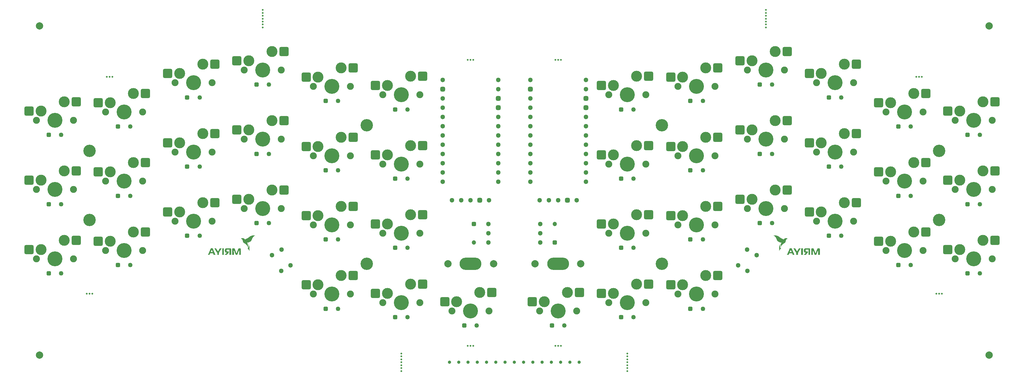
<source format=gbr>
%TF.GenerationSoftware,KiCad,Pcbnew,9.0.7*%
%TF.CreationDate,2026-02-08T19:38:27+03:00*%
%TF.ProjectId,mriya-pcb-1.1.3,6d726979-612d-4706-9362-2d312e312e33,1.1.3*%
%TF.SameCoordinates,Original*%
%TF.FileFunction,Soldermask,Bot*%
%TF.FilePolarity,Negative*%
%FSLAX46Y46*%
G04 Gerber Fmt 4.6, Leading zero omitted, Abs format (unit mm)*
G04 Created by KiCad (PCBNEW 9.0.7) date 2026-02-08 19:38:27*
%MOMM*%
%LPD*%
G01*
G04 APERTURE LIST*
G04 Aperture macros list*
%AMRoundRect*
0 Rectangle with rounded corners*
0 $1 Rounding radius*
0 $2 $3 $4 $5 $6 $7 $8 $9 X,Y pos of 4 corners*
0 Add a 4 corners polygon primitive as box body*
4,1,4,$2,$3,$4,$5,$6,$7,$8,$9,$2,$3,0*
0 Add four circle primitives for the rounded corners*
1,1,$1+$1,$2,$3*
1,1,$1+$1,$4,$5*
1,1,$1+$1,$6,$7*
1,1,$1+$1,$8,$9*
0 Add four rect primitives between the rounded corners*
20,1,$1+$1,$2,$3,$4,$5,0*
20,1,$1+$1,$4,$5,$6,$7,0*
20,1,$1+$1,$6,$7,$8,$9,0*
20,1,$1+$1,$8,$9,$2,$3,0*%
G04 Aperture macros list end*
%ADD10C,0.000000*%
%ADD11C,0.500000*%
%ADD12C,3.400000*%
%ADD13C,1.300000*%
%ADD14RoundRect,0.325000X-0.325000X-0.325000X0.325000X-0.325000X0.325000X0.325000X-0.325000X0.325000X0*%
%ADD15C,1.900000*%
%ADD16C,3.000000*%
%ADD17C,4.100000*%
%ADD18RoundRect,0.400000X0.875000X0.850000X-0.875000X0.850000X-0.875000X-0.850000X0.875000X-0.850000X0*%
%ADD19C,2.000000*%
%ADD20RoundRect,0.300000X-0.300000X0.300000X-0.300000X-0.300000X0.300000X-0.300000X0.300000X0.300000X0*%
%ADD21C,1.200000*%
%ADD22O,6.000000X3.400000*%
%ADD23RoundRect,0.300000X0.300000X-0.300000X0.300000X0.300000X-0.300000X0.300000X-0.300000X-0.300000X0*%
%ADD24C,0.900000*%
%ADD25RoundRect,0.300000X-0.300000X-0.300000X0.300000X-0.300000X0.300000X0.300000X-0.300000X0.300000X0*%
%ADD26C,1.250000*%
G04 APERTURE END LIST*
D10*
%TO.C,Bird_Logo_B.Mask_Right*%
G36*
X248994687Y-93191673D02*
G01*
X248993517Y-93195488D01*
X248991633Y-93201401D01*
X248989138Y-93209096D01*
X248986135Y-93218257D01*
X248982724Y-93228571D01*
X248979781Y-93237410D01*
X248958848Y-93303611D01*
X248940559Y-93368908D01*
X248924917Y-93433287D01*
X248911921Y-93496731D01*
X248901574Y-93559226D01*
X248893875Y-93620755D01*
X248888827Y-93681304D01*
X248886429Y-93740856D01*
X248886684Y-93799396D01*
X248889591Y-93856910D01*
X248895152Y-93913381D01*
X248903368Y-93968794D01*
X248914240Y-94023133D01*
X248926806Y-94072948D01*
X248940543Y-94118165D01*
X248956254Y-94162300D01*
X248973844Y-94205183D01*
X248993214Y-94246643D01*
X249014267Y-94286509D01*
X249036905Y-94324611D01*
X249061031Y-94360778D01*
X249086547Y-94394839D01*
X249113356Y-94426624D01*
X249141361Y-94455962D01*
X249150654Y-94464895D01*
X249160754Y-94474395D01*
X249146898Y-94482441D01*
X249138483Y-94487488D01*
X249128390Y-94493794D01*
X249117272Y-94500932D01*
X249105783Y-94508473D01*
X249094574Y-94515989D01*
X249084299Y-94523052D01*
X249076026Y-94528932D01*
X249036268Y-94559597D01*
X248997991Y-94592686D01*
X248961254Y-94628120D01*
X248926114Y-94665822D01*
X248892630Y-94705713D01*
X248860859Y-94747715D01*
X248830860Y-94791751D01*
X248802691Y-94837742D01*
X248776411Y-94885610D01*
X248752077Y-94935278D01*
X248729747Y-94986668D01*
X248724151Y-95000621D01*
X248716588Y-95020406D01*
X248709142Y-95041024D01*
X248701991Y-95061923D01*
X248695310Y-95082553D01*
X248689278Y-95102364D01*
X248684071Y-95120805D01*
X248679867Y-95137326D01*
X248679012Y-95141007D01*
X248677574Y-95147088D01*
X248676258Y-95152205D01*
X248675256Y-95155637D01*
X248674898Y-95156561D01*
X248674237Y-95156084D01*
X248673273Y-95153273D01*
X248672158Y-95148637D01*
X248671455Y-95145050D01*
X248655112Y-95048127D01*
X248641473Y-94952150D01*
X248630537Y-94857123D01*
X248622306Y-94763048D01*
X248616778Y-94669931D01*
X248613954Y-94577774D01*
X248613835Y-94486580D01*
X248616419Y-94396354D01*
X248621708Y-94307099D01*
X248629701Y-94218818D01*
X248640399Y-94131515D01*
X248646166Y-94092086D01*
X248658431Y-94019398D01*
X248672723Y-93947523D01*
X248688992Y-93876614D01*
X248707186Y-93806821D01*
X248727251Y-93738296D01*
X248749137Y-93671189D01*
X248772791Y-93605652D01*
X248798161Y-93541835D01*
X248825196Y-93479890D01*
X248853842Y-93419968D01*
X248884049Y-93362219D01*
X248915765Y-93306796D01*
X248917402Y-93304067D01*
X248923421Y-93294215D01*
X248930444Y-93282973D01*
X248937847Y-93271322D01*
X248945008Y-93260247D01*
X248950104Y-93252518D01*
X248955337Y-93244764D01*
X248961025Y-93236492D01*
X248966938Y-93228023D01*
X248972841Y-93219679D01*
X248978502Y-93211782D01*
X248983690Y-93204654D01*
X248988171Y-93198618D01*
X248991712Y-93193995D01*
X248994083Y-93191108D01*
X248995043Y-93190270D01*
X248994687Y-93191673D01*
G37*
G36*
X247339276Y-90843740D02*
G01*
X247378495Y-90844781D01*
X247416221Y-90846393D01*
X247435971Y-90847514D01*
X247520622Y-90854028D01*
X247604139Y-90862968D01*
X247686474Y-90874316D01*
X247767576Y-90888058D01*
X247847395Y-90904177D01*
X247925882Y-90922658D01*
X248002987Y-90943484D01*
X248078661Y-90966641D01*
X248152853Y-90992111D01*
X248225513Y-91019879D01*
X248296593Y-91049930D01*
X248366043Y-91082247D01*
X248433811Y-91116814D01*
X248499850Y-91153616D01*
X248564109Y-91192636D01*
X248608633Y-91221685D01*
X248618470Y-91228308D01*
X248627366Y-91234333D01*
X248635599Y-91239962D01*
X248643451Y-91245397D01*
X248651202Y-91250840D01*
X248659131Y-91256494D01*
X248667519Y-91262559D01*
X248676647Y-91269240D01*
X248686795Y-91276736D01*
X248698242Y-91285252D01*
X248711270Y-91294988D01*
X248726159Y-91306146D01*
X248735251Y-91312970D01*
X248791036Y-91354521D01*
X248845153Y-91394153D01*
X248897884Y-91432059D01*
X248949514Y-91468434D01*
X249000326Y-91503472D01*
X249050604Y-91537368D01*
X249100631Y-91570317D01*
X249150690Y-91602511D01*
X249201065Y-91634147D01*
X249226618Y-91649913D01*
X249285579Y-91685499D01*
X249344070Y-91719650D01*
X249401950Y-91752293D01*
X249459077Y-91783357D01*
X249515307Y-91812772D01*
X249570499Y-91840465D01*
X249624510Y-91866365D01*
X249677197Y-91890401D01*
X249728419Y-91912502D01*
X249778032Y-91932597D01*
X249825895Y-91950613D01*
X249830215Y-91952167D01*
X249841815Y-91956254D01*
X249853597Y-91960278D01*
X249865238Y-91964141D01*
X249876415Y-91967743D01*
X249886803Y-91970985D01*
X249896079Y-91973768D01*
X249903920Y-91975992D01*
X249910001Y-91977559D01*
X249913999Y-91978368D01*
X249915574Y-91978343D01*
X249916529Y-91976978D01*
X249918782Y-91973656D01*
X249922037Y-91968814D01*
X249925998Y-91962892D01*
X249927889Y-91960057D01*
X249948799Y-91930271D01*
X249972035Y-91900075D01*
X249997181Y-91869933D01*
X250023823Y-91840312D01*
X250051545Y-91811678D01*
X250079932Y-91784496D01*
X250101460Y-91765300D01*
X250119679Y-91750151D01*
X250139509Y-91734693D01*
X250160289Y-91719395D01*
X250181360Y-91704724D01*
X250202062Y-91691150D01*
X250221736Y-91679141D01*
X250227338Y-91675915D01*
X250265042Y-91656024D01*
X250302980Y-91638993D01*
X250341141Y-91624824D01*
X250379515Y-91613517D01*
X250418093Y-91605075D01*
X250456863Y-91599499D01*
X250495818Y-91596790D01*
X250534945Y-91596950D01*
X250574237Y-91599980D01*
X250613682Y-91605882D01*
X250647482Y-91613197D01*
X250686392Y-91624200D01*
X250725309Y-91637989D01*
X250764253Y-91654577D01*
X250803245Y-91673975D01*
X250842306Y-91696193D01*
X250881459Y-91721245D01*
X250920722Y-91749140D01*
X250960118Y-91779892D01*
X250978924Y-91795538D01*
X251000295Y-91813669D01*
X250976766Y-91814660D01*
X250938451Y-91817651D01*
X250900596Y-91823342D01*
X250863405Y-91831672D01*
X250827082Y-91842579D01*
X250791834Y-91856001D01*
X250757864Y-91871878D01*
X250725872Y-91889845D01*
X250694510Y-91910724D01*
X250664890Y-91933882D01*
X250637033Y-91959294D01*
X250610957Y-91986934D01*
X250586681Y-92016777D01*
X250564224Y-92048799D01*
X250543607Y-92082973D01*
X250524847Y-92119275D01*
X250507964Y-92157679D01*
X250493606Y-92196306D01*
X250483732Y-92227272D01*
X250475004Y-92258963D01*
X250467364Y-92291703D01*
X250460749Y-92325817D01*
X250455099Y-92361626D01*
X250450353Y-92399456D01*
X250446450Y-92439629D01*
X250445326Y-92453599D01*
X250443162Y-92478040D01*
X250440541Y-92500262D01*
X250437359Y-92520902D01*
X250433511Y-92540599D01*
X250428889Y-92559991D01*
X250425739Y-92571609D01*
X250416202Y-92601974D01*
X250404907Y-92631660D01*
X250391776Y-92660764D01*
X250376729Y-92689382D01*
X250359689Y-92717609D01*
X250340575Y-92745541D01*
X250319308Y-92773274D01*
X250295810Y-92800904D01*
X250270002Y-92828527D01*
X250241805Y-92856238D01*
X250211139Y-92884134D01*
X250177926Y-92912310D01*
X250142087Y-92940862D01*
X250103542Y-92969886D01*
X250088489Y-92980828D01*
X250078526Y-92987963D01*
X250067987Y-92995424D01*
X250056699Y-93003327D01*
X250044493Y-93011790D01*
X250031196Y-93020929D01*
X250016639Y-93030859D01*
X250000651Y-93041698D01*
X249983059Y-93053561D01*
X249963694Y-93066565D01*
X249942384Y-93080826D01*
X249918959Y-93096461D01*
X249900719Y-93108613D01*
X249875562Y-93125383D01*
X249852602Y-93140739D01*
X249831620Y-93154831D01*
X249812398Y-93167811D01*
X249794720Y-93179831D01*
X249778366Y-93191042D01*
X249763120Y-93201595D01*
X249748763Y-93211643D01*
X249735078Y-93221335D01*
X249721846Y-93230824D01*
X249708850Y-93240262D01*
X249695872Y-93249799D01*
X249682694Y-93259587D01*
X249671764Y-93267773D01*
X249621721Y-93306479D01*
X249574463Y-93345322D01*
X249529896Y-93384405D01*
X249487928Y-93423832D01*
X249448465Y-93463704D01*
X249411415Y-93504126D01*
X249376684Y-93545201D01*
X249344179Y-93587030D01*
X249313808Y-93629719D01*
X249285477Y-93673369D01*
X249259094Y-93718085D01*
X249249038Y-93736342D01*
X249223174Y-93787236D01*
X249199605Y-93839860D01*
X249178328Y-93894214D01*
X249159345Y-93950303D01*
X249142652Y-94008128D01*
X249128251Y-94067691D01*
X249116139Y-94128996D01*
X249113707Y-94143165D01*
X249108422Y-94174820D01*
X249106767Y-94165468D01*
X249103914Y-94148161D01*
X249101023Y-94128352D01*
X249098131Y-94106414D01*
X249095279Y-94082722D01*
X249092507Y-94057650D01*
X249089855Y-94031572D01*
X249087362Y-94004862D01*
X249085069Y-93977894D01*
X249083014Y-93951042D01*
X249081360Y-93926619D01*
X249079032Y-93883851D01*
X249077335Y-93839558D01*
X249076269Y-93794352D01*
X249075837Y-93748846D01*
X249076038Y-93703652D01*
X249076874Y-93659383D01*
X249078348Y-93616653D01*
X249080459Y-93576073D01*
X249080627Y-93573381D01*
X249086383Y-93498688D01*
X249094068Y-93426118D01*
X249103685Y-93355657D01*
X249115237Y-93287288D01*
X249128729Y-93220997D01*
X249144164Y-93156767D01*
X249161546Y-93094584D01*
X249180879Y-93034431D01*
X249202166Y-92976294D01*
X249225410Y-92920156D01*
X249247637Y-92872090D01*
X249251933Y-92863242D01*
X249255779Y-92855293D01*
X249259007Y-92848595D01*
X249261445Y-92843501D01*
X249262927Y-92840361D01*
X249263309Y-92839495D01*
X249261970Y-92839264D01*
X249258344Y-92838924D01*
X249253017Y-92838523D01*
X249247841Y-92838188D01*
X249181158Y-92832868D01*
X249114055Y-92824999D01*
X249046856Y-92814651D01*
X248979887Y-92801899D01*
X248913473Y-92786812D01*
X248847940Y-92769463D01*
X248783613Y-92749924D01*
X248720816Y-92728267D01*
X248680575Y-92712930D01*
X248621670Y-92688265D01*
X248564927Y-92661801D01*
X248510361Y-92633551D01*
X248457990Y-92603528D01*
X248407829Y-92571745D01*
X248359897Y-92538215D01*
X248314210Y-92502951D01*
X248270784Y-92465967D01*
X248229636Y-92427274D01*
X248190783Y-92386886D01*
X248154242Y-92344815D01*
X248120030Y-92301076D01*
X248088163Y-92255680D01*
X248087021Y-92253957D01*
X248075331Y-92236017D01*
X248064890Y-92219384D01*
X248055264Y-92203307D01*
X248046018Y-92187037D01*
X248036719Y-92169823D01*
X248026931Y-92150914D01*
X248023737Y-92144604D01*
X248012759Y-92122352D01*
X248002633Y-92100782D01*
X247993195Y-92079469D01*
X247984283Y-92057989D01*
X247975732Y-92035914D01*
X247967380Y-92012820D01*
X247959063Y-91988280D01*
X247950617Y-91961870D01*
X247941880Y-91933162D01*
X247939513Y-91925180D01*
X247918215Y-91857662D01*
X247894527Y-91791381D01*
X247868502Y-91726441D01*
X247840193Y-91662948D01*
X247809653Y-91601005D01*
X247776934Y-91540717D01*
X247742090Y-91482189D01*
X247705173Y-91425526D01*
X247666236Y-91370831D01*
X247646857Y-91345324D01*
X247604625Y-91293166D01*
X247560493Y-91243084D01*
X247514524Y-91195131D01*
X247466778Y-91149361D01*
X247417319Y-91105827D01*
X247366209Y-91064585D01*
X247313508Y-91025687D01*
X247259281Y-90989188D01*
X247203588Y-90955142D01*
X247187167Y-90945732D01*
X247164974Y-90933544D01*
X247141715Y-90921403D01*
X247117919Y-90909557D01*
X247094115Y-90898255D01*
X247070833Y-90887746D01*
X247048602Y-90878277D01*
X247027952Y-90870098D01*
X247019064Y-90866814D01*
X247012263Y-90864335D01*
X247006585Y-90862208D01*
X247002502Y-90860613D01*
X247000487Y-90859733D01*
X247000359Y-90859625D01*
X247002012Y-90859234D01*
X247006128Y-90858614D01*
X247012307Y-90857810D01*
X247020148Y-90856869D01*
X247029251Y-90855835D01*
X247039214Y-90854755D01*
X247049638Y-90853675D01*
X247060120Y-90852639D01*
X247068345Y-90851868D01*
X247102881Y-90849100D01*
X247139707Y-90846856D01*
X247178282Y-90845145D01*
X247218068Y-90843971D01*
X247258522Y-90843341D01*
X247299105Y-90843262D01*
X247339276Y-90843740D01*
G37*
%TO.C,Bird_Logo_B.Mask_Left*%
G36*
X103005917Y-93191108D02*
G01*
X103008288Y-93193995D01*
X103011829Y-93198618D01*
X103016310Y-93204654D01*
X103021498Y-93211782D01*
X103027159Y-93219679D01*
X103033062Y-93228023D01*
X103038975Y-93236492D01*
X103044663Y-93244764D01*
X103049896Y-93252518D01*
X103054992Y-93260247D01*
X103062153Y-93271322D01*
X103069556Y-93282973D01*
X103076579Y-93294215D01*
X103082598Y-93304067D01*
X103084235Y-93306796D01*
X103115951Y-93362219D01*
X103146158Y-93419968D01*
X103174804Y-93479890D01*
X103201839Y-93541835D01*
X103227209Y-93605652D01*
X103250863Y-93671189D01*
X103272749Y-93738296D01*
X103292814Y-93806821D01*
X103311008Y-93876614D01*
X103327277Y-93947523D01*
X103341569Y-94019398D01*
X103353834Y-94092086D01*
X103359601Y-94131515D01*
X103370299Y-94218818D01*
X103378292Y-94307099D01*
X103383581Y-94396354D01*
X103386165Y-94486580D01*
X103386046Y-94577774D01*
X103383222Y-94669931D01*
X103377694Y-94763048D01*
X103369463Y-94857123D01*
X103358527Y-94952150D01*
X103344888Y-95048127D01*
X103328545Y-95145050D01*
X103327842Y-95148637D01*
X103326727Y-95153273D01*
X103325763Y-95156084D01*
X103325102Y-95156561D01*
X103324744Y-95155637D01*
X103323742Y-95152205D01*
X103322426Y-95147088D01*
X103320988Y-95141007D01*
X103320133Y-95137326D01*
X103315929Y-95120805D01*
X103310722Y-95102364D01*
X103304690Y-95082553D01*
X103298009Y-95061923D01*
X103290858Y-95041024D01*
X103283412Y-95020406D01*
X103275849Y-95000621D01*
X103270253Y-94986668D01*
X103247923Y-94935278D01*
X103223589Y-94885610D01*
X103197309Y-94837742D01*
X103169140Y-94791751D01*
X103139141Y-94747715D01*
X103107370Y-94705713D01*
X103073886Y-94665822D01*
X103038746Y-94628120D01*
X103002009Y-94592686D01*
X102963732Y-94559597D01*
X102923974Y-94528932D01*
X102915701Y-94523052D01*
X102905426Y-94515989D01*
X102894217Y-94508473D01*
X102882728Y-94500932D01*
X102871610Y-94493794D01*
X102861517Y-94487488D01*
X102853102Y-94482441D01*
X102839246Y-94474395D01*
X102849346Y-94464895D01*
X102858639Y-94455962D01*
X102886644Y-94426624D01*
X102913453Y-94394839D01*
X102938969Y-94360778D01*
X102963095Y-94324611D01*
X102985733Y-94286509D01*
X103006786Y-94246643D01*
X103026156Y-94205183D01*
X103043746Y-94162300D01*
X103059457Y-94118165D01*
X103073194Y-94072948D01*
X103085760Y-94023133D01*
X103096632Y-93968794D01*
X103104848Y-93913381D01*
X103110409Y-93856910D01*
X103113316Y-93799396D01*
X103113571Y-93740856D01*
X103111173Y-93681304D01*
X103106125Y-93620755D01*
X103098426Y-93559226D01*
X103088079Y-93496731D01*
X103075083Y-93433287D01*
X103059441Y-93368908D01*
X103041152Y-93303611D01*
X103020219Y-93237410D01*
X103017276Y-93228571D01*
X103013865Y-93218257D01*
X103010862Y-93209096D01*
X103008367Y-93201401D01*
X103006483Y-93195488D01*
X103005313Y-93191673D01*
X103004957Y-93190270D01*
X103005917Y-93191108D01*
G37*
G36*
X104741478Y-90843341D02*
G01*
X104781932Y-90843971D01*
X104821718Y-90845145D01*
X104860293Y-90846856D01*
X104897119Y-90849100D01*
X104931655Y-90851868D01*
X104939880Y-90852639D01*
X104950362Y-90853675D01*
X104960786Y-90854755D01*
X104970749Y-90855835D01*
X104979852Y-90856869D01*
X104987693Y-90857810D01*
X104993872Y-90858614D01*
X104997988Y-90859234D01*
X104999641Y-90859625D01*
X104999513Y-90859733D01*
X104997498Y-90860613D01*
X104993415Y-90862208D01*
X104987737Y-90864335D01*
X104980936Y-90866814D01*
X104972048Y-90870098D01*
X104951398Y-90878277D01*
X104929167Y-90887746D01*
X104905885Y-90898255D01*
X104882081Y-90909557D01*
X104858285Y-90921403D01*
X104835026Y-90933544D01*
X104812833Y-90945732D01*
X104796412Y-90955142D01*
X104740719Y-90989188D01*
X104686492Y-91025687D01*
X104633791Y-91064585D01*
X104582681Y-91105827D01*
X104533222Y-91149361D01*
X104485476Y-91195131D01*
X104439507Y-91243084D01*
X104395375Y-91293166D01*
X104353143Y-91345324D01*
X104333764Y-91370831D01*
X104294827Y-91425526D01*
X104257910Y-91482189D01*
X104223066Y-91540717D01*
X104190347Y-91601005D01*
X104159807Y-91662948D01*
X104131498Y-91726441D01*
X104105473Y-91791381D01*
X104081785Y-91857662D01*
X104060487Y-91925180D01*
X104058120Y-91933162D01*
X104049383Y-91961870D01*
X104040937Y-91988280D01*
X104032620Y-92012820D01*
X104024268Y-92035914D01*
X104015717Y-92057989D01*
X104006805Y-92079469D01*
X103997367Y-92100782D01*
X103987241Y-92122352D01*
X103976263Y-92144604D01*
X103973069Y-92150914D01*
X103963281Y-92169823D01*
X103953982Y-92187037D01*
X103944736Y-92203307D01*
X103935110Y-92219384D01*
X103924669Y-92236017D01*
X103912979Y-92253957D01*
X103911837Y-92255680D01*
X103879970Y-92301076D01*
X103845758Y-92344815D01*
X103809217Y-92386886D01*
X103770364Y-92427274D01*
X103729216Y-92465967D01*
X103685790Y-92502951D01*
X103640103Y-92538215D01*
X103592171Y-92571745D01*
X103542010Y-92603528D01*
X103489639Y-92633551D01*
X103435073Y-92661801D01*
X103378330Y-92688265D01*
X103319425Y-92712930D01*
X103279184Y-92728267D01*
X103216387Y-92749924D01*
X103152060Y-92769463D01*
X103086527Y-92786812D01*
X103020113Y-92801899D01*
X102953144Y-92814651D01*
X102885945Y-92824999D01*
X102818842Y-92832868D01*
X102752159Y-92838188D01*
X102746983Y-92838523D01*
X102741656Y-92838924D01*
X102738030Y-92839264D01*
X102736691Y-92839495D01*
X102737073Y-92840361D01*
X102738555Y-92843501D01*
X102740993Y-92848595D01*
X102744221Y-92855293D01*
X102748067Y-92863242D01*
X102752363Y-92872090D01*
X102774590Y-92920156D01*
X102797834Y-92976294D01*
X102819121Y-93034431D01*
X102838454Y-93094584D01*
X102855836Y-93156767D01*
X102871271Y-93220997D01*
X102884763Y-93287288D01*
X102896315Y-93355657D01*
X102905932Y-93426118D01*
X102913617Y-93498688D01*
X102919373Y-93573381D01*
X102919541Y-93576073D01*
X102921652Y-93616653D01*
X102923126Y-93659383D01*
X102923962Y-93703652D01*
X102924163Y-93748846D01*
X102923731Y-93794352D01*
X102922665Y-93839558D01*
X102920968Y-93883851D01*
X102918640Y-93926619D01*
X102916986Y-93951042D01*
X102914931Y-93977894D01*
X102912638Y-94004862D01*
X102910145Y-94031572D01*
X102907493Y-94057650D01*
X102904721Y-94082722D01*
X102901869Y-94106414D01*
X102898977Y-94128352D01*
X102896086Y-94148161D01*
X102893233Y-94165468D01*
X102891578Y-94174820D01*
X102886293Y-94143165D01*
X102883861Y-94128996D01*
X102871749Y-94067691D01*
X102857348Y-94008128D01*
X102840655Y-93950303D01*
X102821672Y-93894214D01*
X102800395Y-93839860D01*
X102776826Y-93787236D01*
X102750962Y-93736342D01*
X102740906Y-93718085D01*
X102714523Y-93673369D01*
X102686192Y-93629719D01*
X102655821Y-93587030D01*
X102623316Y-93545201D01*
X102588585Y-93504126D01*
X102551535Y-93463704D01*
X102512072Y-93423832D01*
X102470104Y-93384405D01*
X102425537Y-93345322D01*
X102378279Y-93306479D01*
X102328236Y-93267773D01*
X102317306Y-93259587D01*
X102304128Y-93249799D01*
X102291150Y-93240262D01*
X102278154Y-93230824D01*
X102264922Y-93221335D01*
X102251237Y-93211643D01*
X102236880Y-93201595D01*
X102221634Y-93191042D01*
X102205280Y-93179831D01*
X102187602Y-93167811D01*
X102168380Y-93154831D01*
X102147398Y-93140739D01*
X102124438Y-93125383D01*
X102099281Y-93108613D01*
X102081041Y-93096461D01*
X102057616Y-93080826D01*
X102036306Y-93066565D01*
X102016941Y-93053561D01*
X101999349Y-93041698D01*
X101983361Y-93030859D01*
X101968804Y-93020929D01*
X101955507Y-93011790D01*
X101943301Y-93003327D01*
X101932013Y-92995424D01*
X101921474Y-92987963D01*
X101911511Y-92980828D01*
X101896458Y-92969886D01*
X101857913Y-92940862D01*
X101822074Y-92912310D01*
X101788861Y-92884134D01*
X101758195Y-92856238D01*
X101729998Y-92828527D01*
X101704190Y-92800904D01*
X101680692Y-92773274D01*
X101659425Y-92745541D01*
X101640311Y-92717609D01*
X101623271Y-92689382D01*
X101608224Y-92660764D01*
X101595093Y-92631660D01*
X101583798Y-92601974D01*
X101574261Y-92571609D01*
X101571111Y-92559991D01*
X101566489Y-92540599D01*
X101562641Y-92520902D01*
X101559459Y-92500262D01*
X101556838Y-92478040D01*
X101554674Y-92453599D01*
X101553550Y-92439629D01*
X101549647Y-92399456D01*
X101544901Y-92361626D01*
X101539251Y-92325817D01*
X101532636Y-92291703D01*
X101524996Y-92258963D01*
X101516268Y-92227272D01*
X101506394Y-92196306D01*
X101492036Y-92157679D01*
X101475153Y-92119275D01*
X101456393Y-92082973D01*
X101435776Y-92048799D01*
X101413319Y-92016777D01*
X101389043Y-91986934D01*
X101362967Y-91959294D01*
X101335110Y-91933882D01*
X101305490Y-91910724D01*
X101274128Y-91889845D01*
X101242136Y-91871878D01*
X101208166Y-91856001D01*
X101172918Y-91842579D01*
X101136595Y-91831672D01*
X101099404Y-91823342D01*
X101061549Y-91817651D01*
X101023234Y-91814660D01*
X100999705Y-91813669D01*
X101021076Y-91795538D01*
X101039882Y-91779892D01*
X101079278Y-91749140D01*
X101118541Y-91721245D01*
X101157694Y-91696193D01*
X101196755Y-91673975D01*
X101235747Y-91654577D01*
X101274691Y-91637989D01*
X101313608Y-91624200D01*
X101352518Y-91613197D01*
X101386318Y-91605882D01*
X101425763Y-91599980D01*
X101465055Y-91596950D01*
X101504182Y-91596790D01*
X101543137Y-91599499D01*
X101581907Y-91605075D01*
X101620485Y-91613517D01*
X101658859Y-91624824D01*
X101697020Y-91638993D01*
X101734958Y-91656024D01*
X101772662Y-91675915D01*
X101778264Y-91679141D01*
X101797938Y-91691150D01*
X101818640Y-91704724D01*
X101839711Y-91719395D01*
X101860491Y-91734693D01*
X101880321Y-91750151D01*
X101898540Y-91765300D01*
X101920068Y-91784496D01*
X101948455Y-91811678D01*
X101976177Y-91840312D01*
X102002819Y-91869933D01*
X102027965Y-91900075D01*
X102051201Y-91930271D01*
X102072111Y-91960057D01*
X102074002Y-91962892D01*
X102077963Y-91968814D01*
X102081218Y-91973656D01*
X102083471Y-91976978D01*
X102084426Y-91978343D01*
X102086001Y-91978368D01*
X102089999Y-91977559D01*
X102096080Y-91975992D01*
X102103921Y-91973768D01*
X102113197Y-91970985D01*
X102123585Y-91967743D01*
X102134762Y-91964141D01*
X102146403Y-91960278D01*
X102158185Y-91956254D01*
X102169785Y-91952167D01*
X102174105Y-91950613D01*
X102221968Y-91932597D01*
X102271581Y-91912502D01*
X102322803Y-91890401D01*
X102375490Y-91866365D01*
X102429501Y-91840465D01*
X102484693Y-91812772D01*
X102540923Y-91783357D01*
X102598050Y-91752293D01*
X102655930Y-91719650D01*
X102714421Y-91685499D01*
X102773382Y-91649913D01*
X102798935Y-91634147D01*
X102849310Y-91602511D01*
X102899369Y-91570317D01*
X102949396Y-91537368D01*
X102999674Y-91503472D01*
X103050486Y-91468434D01*
X103102116Y-91432059D01*
X103154847Y-91394153D01*
X103208964Y-91354521D01*
X103264749Y-91312970D01*
X103273841Y-91306146D01*
X103288730Y-91294988D01*
X103301758Y-91285252D01*
X103313205Y-91276736D01*
X103323353Y-91269240D01*
X103332481Y-91262559D01*
X103340869Y-91256494D01*
X103348798Y-91250840D01*
X103356549Y-91245397D01*
X103364401Y-91239962D01*
X103372634Y-91234333D01*
X103381530Y-91228308D01*
X103391367Y-91221685D01*
X103435891Y-91192636D01*
X103500150Y-91153616D01*
X103566189Y-91116814D01*
X103633957Y-91082247D01*
X103703407Y-91049930D01*
X103774487Y-91019879D01*
X103847147Y-90992111D01*
X103921339Y-90966641D01*
X103997013Y-90943484D01*
X104074118Y-90922658D01*
X104152605Y-90904177D01*
X104232424Y-90888058D01*
X104313526Y-90874316D01*
X104395861Y-90862968D01*
X104479378Y-90854028D01*
X104564029Y-90847514D01*
X104583779Y-90846393D01*
X104621505Y-90844781D01*
X104660724Y-90843740D01*
X104700895Y-90843262D01*
X104741478Y-90843341D01*
G37*
%TO.C,MRIYA_Logo_B.Mask*%
G36*
X255159970Y-95300000D02*
G01*
X255159970Y-96194640D01*
X254930475Y-96194640D01*
X254700981Y-96194640D01*
X254700981Y-95300000D01*
X254700981Y-94405360D01*
X254930475Y-94405360D01*
X255159970Y-94405360D01*
X255159970Y-95300000D01*
G37*
G36*
X253288903Y-94825888D02*
G01*
X253297447Y-94840370D01*
X253340680Y-94913537D01*
X253381511Y-94982460D01*
X253419255Y-95045993D01*
X253453225Y-95102991D01*
X253482736Y-95152307D01*
X253507103Y-95192795D01*
X253525640Y-95223310D01*
X253537662Y-95242704D01*
X253542483Y-95249832D01*
X253542892Y-95249642D01*
X253549343Y-95240915D01*
X253562826Y-95220132D01*
X253582660Y-95188413D01*
X253608163Y-95146880D01*
X253638654Y-95096655D01*
X253673452Y-95038858D01*
X253711874Y-94974610D01*
X253753240Y-94905033D01*
X253796867Y-94831249D01*
X254045725Y-94409250D01*
X254291668Y-94407196D01*
X254324248Y-94406955D01*
X254381725Y-94406694D01*
X254432905Y-94406672D01*
X254475936Y-94406877D01*
X254508965Y-94407297D01*
X254530141Y-94407921D01*
X254537611Y-94408737D01*
X254537235Y-94409521D01*
X254530941Y-94420453D01*
X254517321Y-94443493D01*
X254496928Y-94477721D01*
X254470316Y-94522212D01*
X254438039Y-94576047D01*
X254400650Y-94638301D01*
X254358704Y-94708053D01*
X254312754Y-94784380D01*
X254263353Y-94866361D01*
X254211057Y-94953073D01*
X254156417Y-95043594D01*
X253775223Y-95674856D01*
X253775223Y-95934748D01*
X253775223Y-96194640D01*
X253545728Y-96194640D01*
X253316233Y-96194640D01*
X253316233Y-95934799D01*
X253316233Y-95674958D01*
X252961436Y-95088781D01*
X252918367Y-95017636D01*
X252866205Y-94931502D01*
X252816320Y-94849164D01*
X252769354Y-94771678D01*
X252725949Y-94700102D01*
X252686746Y-94635494D01*
X252652388Y-94578911D01*
X252623515Y-94531411D01*
X252600771Y-94494051D01*
X252584796Y-94467889D01*
X252576231Y-94453982D01*
X252545824Y-94405360D01*
X252793337Y-94405360D01*
X253040850Y-94405360D01*
X253288903Y-94825888D01*
G37*
G36*
X252533108Y-95456876D02*
G01*
X252571835Y-95549837D01*
X252609618Y-95640635D01*
X252645996Y-95728163D01*
X252680506Y-95811314D01*
X252712686Y-95888980D01*
X252742074Y-95960053D01*
X252768209Y-96023426D01*
X252790628Y-96077992D01*
X252808869Y-96122643D01*
X252822470Y-96156272D01*
X252830970Y-96177771D01*
X252833906Y-96186032D01*
X252832721Y-96187448D01*
X252822984Y-96189778D01*
X252802605Y-96191497D01*
X252770602Y-96192631D01*
X252725993Y-96193209D01*
X252667796Y-96193259D01*
X252595030Y-96192808D01*
X252356154Y-96190750D01*
X252275505Y-95986539D01*
X252194856Y-95782328D01*
X251818678Y-95782328D01*
X251442500Y-95782328D01*
X251361715Y-95986539D01*
X251280931Y-96190750D01*
X251037431Y-96192807D01*
X251035166Y-96192826D01*
X250967616Y-96193347D01*
X250914023Y-96193595D01*
X250872831Y-96193497D01*
X250842486Y-96192979D01*
X250821434Y-96191969D01*
X250808118Y-96190391D01*
X250800986Y-96188174D01*
X250798482Y-96185242D01*
X250799051Y-96181523D01*
X250804999Y-96166568D01*
X250816854Y-96137568D01*
X250833657Y-96096918D01*
X250854930Y-96045748D01*
X250880198Y-95985189D01*
X250908984Y-95916372D01*
X250940810Y-95840426D01*
X250975200Y-95758482D01*
X251011678Y-95671671D01*
X251049766Y-95581122D01*
X251088988Y-95487966D01*
X251117402Y-95420539D01*
X251561025Y-95420539D01*
X251561815Y-95424007D01*
X251566003Y-95426713D01*
X251575110Y-95428751D01*
X251590655Y-95430215D01*
X251614158Y-95431201D01*
X251647140Y-95431803D01*
X251691121Y-95432115D01*
X251747621Y-95432233D01*
X251818159Y-95432251D01*
X251863952Y-95432184D01*
X251922261Y-95431892D01*
X251974000Y-95431393D01*
X252017371Y-95430719D01*
X252050575Y-95429899D01*
X252071816Y-95428962D01*
X252079296Y-95427939D01*
X252078943Y-95426030D01*
X252074120Y-95411557D01*
X252064249Y-95385280D01*
X252050105Y-95349072D01*
X252032462Y-95304805D01*
X252012093Y-95254351D01*
X251989772Y-95199584D01*
X251966273Y-95142376D01*
X251942370Y-95084600D01*
X251918836Y-95028129D01*
X251896446Y-94974834D01*
X251875974Y-94926590D01*
X251858192Y-94885267D01*
X251843875Y-94852740D01*
X251833797Y-94830881D01*
X251828731Y-94821562D01*
X251813962Y-94806003D01*
X251804653Y-94821562D01*
X251800891Y-94829608D01*
X251791827Y-94850672D01*
X251778417Y-94882581D01*
X251761441Y-94923425D01*
X251741677Y-94971296D01*
X251719905Y-95024282D01*
X251696904Y-95080475D01*
X251673451Y-95137965D01*
X251650327Y-95194842D01*
X251628310Y-95249196D01*
X251608178Y-95299118D01*
X251590711Y-95342698D01*
X251576688Y-95378027D01*
X251566887Y-95403194D01*
X251562088Y-95416290D01*
X251561025Y-95420539D01*
X251117402Y-95420539D01*
X251128867Y-95393333D01*
X251168926Y-95298354D01*
X251208688Y-95204159D01*
X251247677Y-95111879D01*
X251285416Y-95022643D01*
X251321429Y-94937582D01*
X251355237Y-94857826D01*
X251386365Y-94784506D01*
X251414336Y-94718753D01*
X251438674Y-94661695D01*
X251458900Y-94614465D01*
X251474539Y-94578191D01*
X251485114Y-94554005D01*
X251490147Y-94543036D01*
X251502247Y-94522272D01*
X251542671Y-94472149D01*
X251592302Y-94432617D01*
X251648589Y-94405885D01*
X251648957Y-94405762D01*
X251705781Y-94391866D01*
X251770453Y-94384247D01*
X251838513Y-94382800D01*
X251905502Y-94387424D01*
X251966957Y-94398013D01*
X252018419Y-94414466D01*
X252027834Y-94419033D01*
X252061846Y-94442291D01*
X252096472Y-94474608D01*
X252127664Y-94511860D01*
X252151375Y-94549923D01*
X252153983Y-94555487D01*
X252162937Y-94575782D01*
X252176953Y-94608311D01*
X252195570Y-94651968D01*
X252218324Y-94705644D01*
X252244755Y-94768232D01*
X252274400Y-94838624D01*
X252306798Y-94915714D01*
X252341486Y-94998394D01*
X252378001Y-95085556D01*
X252415884Y-95176092D01*
X252454670Y-95268896D01*
X252493899Y-95362860D01*
X252521040Y-95427939D01*
X252533108Y-95456876D01*
G37*
G36*
X256736046Y-94406136D02*
G01*
X256787091Y-94406339D01*
X256829046Y-94406763D01*
X256863057Y-94407432D01*
X256890268Y-94408371D01*
X256911825Y-94409604D01*
X256928870Y-94411158D01*
X256942551Y-94413056D01*
X256954010Y-94415325D01*
X256964394Y-94417988D01*
X256974846Y-94421071D01*
X256976651Y-94421622D01*
X257011731Y-94434534D01*
X257038914Y-94450631D01*
X257065495Y-94474187D01*
X257070246Y-94478854D01*
X257080141Y-94488230D01*
X257088922Y-94496725D01*
X257096659Y-94505253D01*
X257103420Y-94514728D01*
X257109273Y-94526062D01*
X257114286Y-94540169D01*
X257118529Y-94557961D01*
X257122068Y-94580353D01*
X257124974Y-94608257D01*
X257127313Y-94642588D01*
X257129155Y-94684257D01*
X257130568Y-94734178D01*
X257131620Y-94793265D01*
X257132380Y-94862431D01*
X257132916Y-94942589D01*
X257133296Y-95034653D01*
X257133590Y-95139535D01*
X257133864Y-95258149D01*
X257134189Y-95391409D01*
X257136309Y-96194640D01*
X256906639Y-96194640D01*
X256676968Y-96194640D01*
X256676529Y-95523660D01*
X256676519Y-95509095D01*
X256676364Y-95383679D01*
X256676094Y-95273041D01*
X256675697Y-95176477D01*
X256675164Y-95093284D01*
X256674485Y-95022758D01*
X256673651Y-94964194D01*
X256672652Y-94916889D01*
X256671477Y-94880139D01*
X256670118Y-94853240D01*
X256668564Y-94835489D01*
X256666805Y-94826180D01*
X256666722Y-94825945D01*
X256653703Y-94802556D01*
X256635551Y-94783393D01*
X256634884Y-94782901D01*
X256628638Y-94778730D01*
X256621355Y-94775367D01*
X256611422Y-94772723D01*
X256597226Y-94770713D01*
X256577153Y-94769250D01*
X256549589Y-94768247D01*
X256512920Y-94767618D01*
X256465534Y-94767276D01*
X256405815Y-94767134D01*
X256332152Y-94767106D01*
X256266927Y-94767157D01*
X256197328Y-94767483D01*
X256140441Y-94768296D01*
X256094680Y-94769810D01*
X256058455Y-94772236D01*
X256030180Y-94775786D01*
X256008265Y-94780673D01*
X255991124Y-94787108D01*
X255977169Y-94795305D01*
X255964812Y-94805474D01*
X255952464Y-94817828D01*
X255932901Y-94843095D01*
X255918790Y-94873409D01*
X255909571Y-94911274D01*
X255904617Y-94959260D01*
X255903304Y-95019939D01*
X255904055Y-95055497D01*
X255909011Y-95113723D01*
X255919011Y-95159971D01*
X255934565Y-95196205D01*
X255956179Y-95224389D01*
X255969505Y-95236461D01*
X255985936Y-95247480D01*
X256005757Y-95256075D01*
X256030997Y-95262636D01*
X256063683Y-95267552D01*
X256105844Y-95271212D01*
X256159507Y-95274005D01*
X256226701Y-95276321D01*
X256236831Y-95276621D01*
X256291317Y-95278304D01*
X256333015Y-95279893D01*
X256364308Y-95281691D01*
X256387577Y-95283999D01*
X256405205Y-95287120D01*
X256419573Y-95291356D01*
X256433063Y-95297007D01*
X256448057Y-95304377D01*
X256477325Y-95321586D01*
X256500735Y-95343495D01*
X256515432Y-95371037D01*
X256523016Y-95407355D01*
X256525088Y-95455590D01*
X256525043Y-95463998D01*
X256523964Y-95496274D01*
X256520559Y-95519855D01*
X256513614Y-95540398D01*
X256501915Y-95563555D01*
X256493289Y-95577572D01*
X256472908Y-95605962D01*
X256447424Y-95637895D01*
X256420411Y-95668758D01*
X256419539Y-95669703D01*
X256400448Y-95690767D01*
X256372810Y-95721722D01*
X256338175Y-95760811D01*
X256298091Y-95806278D01*
X256254108Y-95856366D01*
X256207774Y-95909319D01*
X256160637Y-95963381D01*
X255959374Y-96194640D01*
X255674459Y-96194640D01*
X255389543Y-96194640D01*
X255675400Y-95908705D01*
X255695909Y-95888176D01*
X255749729Y-95834155D01*
X255799699Y-95783791D01*
X255844794Y-95738130D01*
X255883987Y-95698218D01*
X255916255Y-95665100D01*
X255940572Y-95639823D01*
X255955914Y-95623433D01*
X255961256Y-95616975D01*
X255955367Y-95614882D01*
X255936789Y-95612933D01*
X255908544Y-95611591D01*
X255873737Y-95611064D01*
X255865463Y-95611021D01*
X255787096Y-95606675D01*
X255720286Y-95594678D01*
X255662820Y-95574264D01*
X255612480Y-95544669D01*
X255567052Y-95505126D01*
X255529273Y-95458899D01*
X255491612Y-95391489D01*
X255462284Y-95311074D01*
X255441312Y-95217746D01*
X255428722Y-95111595D01*
X255424540Y-94992711D01*
X255424542Y-94990334D01*
X255428681Y-94885661D01*
X255440502Y-94789837D01*
X255459708Y-94704182D01*
X255486007Y-94630019D01*
X255519102Y-94568669D01*
X255553440Y-94524065D01*
X255595705Y-94485892D01*
X255647206Y-94455188D01*
X255660797Y-94448476D01*
X255676120Y-94441090D01*
X255690746Y-94434713D01*
X255705837Y-94429264D01*
X255722554Y-94424664D01*
X255742057Y-94420833D01*
X255765508Y-94417692D01*
X255794068Y-94415162D01*
X255828898Y-94413163D01*
X255871160Y-94411615D01*
X255922013Y-94410438D01*
X255982619Y-94409555D01*
X256054140Y-94408884D01*
X256137737Y-94408346D01*
X256234569Y-94407862D01*
X256345800Y-94407353D01*
X256418077Y-94407022D01*
X256516927Y-94406595D01*
X256602109Y-94406289D01*
X256674767Y-94406127D01*
X256736046Y-94406136D01*
G37*
G36*
X259505375Y-94393633D02*
G01*
X259557445Y-94401225D01*
X259584859Y-94407719D01*
X259650752Y-94430664D01*
X259703888Y-94461579D01*
X259744985Y-94500954D01*
X259774762Y-94549280D01*
X259792650Y-94588178D01*
X259794736Y-95395299D01*
X259796821Y-96202420D01*
X259571076Y-96202420D01*
X259345330Y-96202420D01*
X259345330Y-95565989D01*
X259345329Y-95554839D01*
X259345291Y-95439713D01*
X259345177Y-95339096D01*
X259344969Y-95252025D01*
X259344652Y-95177536D01*
X259344209Y-95114667D01*
X259343623Y-95062455D01*
X259342877Y-95019936D01*
X259341956Y-94986148D01*
X259340843Y-94960127D01*
X259339521Y-94940911D01*
X259337973Y-94927536D01*
X259336184Y-94919039D01*
X259334136Y-94914458D01*
X259328662Y-94907548D01*
X259320617Y-94903804D01*
X259309880Y-94912221D01*
X259309780Y-94912330D01*
X259304899Y-94922210D01*
X259295296Y-94945542D01*
X259281404Y-94981158D01*
X259263658Y-95027889D01*
X259242492Y-95084566D01*
X259218338Y-95150020D01*
X259191632Y-95223083D01*
X259162806Y-95302585D01*
X259132295Y-95387358D01*
X259100532Y-95476233D01*
X259068906Y-95564807D01*
X259037900Y-95651192D01*
X259008410Y-95732910D01*
X258980896Y-95808712D01*
X258955815Y-95877347D01*
X258933626Y-95937565D01*
X258914788Y-95988116D01*
X258899761Y-96027748D01*
X258889001Y-96055212D01*
X258882969Y-96069257D01*
X258878745Y-96077381D01*
X258846191Y-96128036D01*
X258808098Y-96165974D01*
X258761524Y-96193555D01*
X258703523Y-96213140D01*
X258692384Y-96214397D01*
X258668240Y-96215320D01*
X258635672Y-96215602D01*
X258598500Y-96215170D01*
X258565918Y-96214231D01*
X258533244Y-96212144D01*
X258508534Y-96208442D01*
X258487461Y-96202415D01*
X258465702Y-96193352D01*
X258449922Y-96185239D01*
X258409362Y-96154535D01*
X258373948Y-96111314D01*
X258342434Y-96054168D01*
X258337744Y-96043020D01*
X258327506Y-96016796D01*
X258312906Y-95978244D01*
X258294423Y-95928667D01*
X258272533Y-95869365D01*
X258247717Y-95801640D01*
X258220450Y-95726794D01*
X258191213Y-95646128D01*
X258160483Y-95560944D01*
X258128738Y-95472544D01*
X258101821Y-95397569D01*
X258071494Y-95313482D01*
X258042825Y-95234392D01*
X258016259Y-95161508D01*
X257992240Y-95096038D01*
X257971213Y-95039188D01*
X257953624Y-94992166D01*
X257939917Y-94956180D01*
X257930537Y-94932438D01*
X257925930Y-94922146D01*
X257915350Y-94909106D01*
X257906220Y-94903247D01*
X257905788Y-94903251D01*
X257901406Y-94903997D01*
X257897604Y-94906709D01*
X257894359Y-94912358D01*
X257891646Y-94921914D01*
X257889442Y-94936347D01*
X257887723Y-94956630D01*
X257886466Y-94983733D01*
X257885648Y-95018625D01*
X257885244Y-95062280D01*
X257885231Y-95115666D01*
X257885586Y-95179755D01*
X257886285Y-95255518D01*
X257887304Y-95343925D01*
X257888620Y-95445948D01*
X257890209Y-95562557D01*
X257890765Y-95603800D01*
X257891941Y-95699504D01*
X257892900Y-95790239D01*
X257893637Y-95874828D01*
X257894148Y-95952094D01*
X257894430Y-96020863D01*
X257894479Y-96079956D01*
X257894291Y-96128198D01*
X257893862Y-96164412D01*
X257893189Y-96187422D01*
X257892268Y-96196051D01*
X257891458Y-96196447D01*
X257878972Y-96198007D01*
X257853405Y-96199272D01*
X257816767Y-96200203D01*
X257771073Y-96200760D01*
X257718333Y-96200904D01*
X257660562Y-96200596D01*
X257435468Y-96198530D01*
X257435468Y-95397244D01*
X257435468Y-94595957D01*
X257455618Y-94553170D01*
X257467586Y-94529483D01*
X257492510Y-94491852D01*
X257522430Y-94462981D01*
X257561484Y-94438383D01*
X257589521Y-94425187D01*
X257658197Y-94403945D01*
X257736865Y-94392785D01*
X257824039Y-94391969D01*
X257861975Y-94394896D01*
X257940588Y-94409338D01*
X258008727Y-94434884D01*
X258067053Y-94471911D01*
X258116230Y-94520797D01*
X258156920Y-94581920D01*
X258157091Y-94582241D01*
X258163316Y-94596294D01*
X258174350Y-94623689D01*
X258189732Y-94663196D01*
X258208999Y-94713588D01*
X258231688Y-94773635D01*
X258257338Y-94842108D01*
X258285486Y-94917778D01*
X258315670Y-94999417D01*
X258347427Y-95085795D01*
X258380295Y-95175683D01*
X258383469Y-95184385D01*
X258415998Y-95273208D01*
X258447224Y-95357862D01*
X258476705Y-95437183D01*
X258503999Y-95510008D01*
X258528663Y-95575175D01*
X258550255Y-95631522D01*
X258568333Y-95677885D01*
X258582454Y-95713101D01*
X258592176Y-95736009D01*
X258597057Y-95745445D01*
X258610287Y-95754274D01*
X258627447Y-95752422D01*
X258643625Y-95735244D01*
X258647194Y-95727096D01*
X258655803Y-95705208D01*
X258668874Y-95670955D01*
X258685964Y-95625529D01*
X258706632Y-95570120D01*
X258730434Y-95505919D01*
X258756929Y-95434115D01*
X258785673Y-95355900D01*
X258816225Y-95272463D01*
X258848141Y-95184996D01*
X258875074Y-95111185D01*
X258906540Y-95025264D01*
X258936549Y-94943657D01*
X258964620Y-94867653D01*
X258990274Y-94798542D01*
X259013030Y-94737612D01*
X259032407Y-94686154D01*
X259047927Y-94645456D01*
X259059107Y-94616808D01*
X259065469Y-94601499D01*
X259087112Y-94562277D01*
X259130929Y-94507402D01*
X259185218Y-94460990D01*
X259247410Y-94425097D01*
X259314936Y-94401780D01*
X259333781Y-94398003D01*
X259387184Y-94392036D01*
X259446501Y-94390575D01*
X259505375Y-94393633D01*
G37*
G36*
X96359970Y-95300000D02*
G01*
X96359970Y-96194640D01*
X96130475Y-96194640D01*
X95900981Y-96194640D01*
X95900981Y-95300000D01*
X95900981Y-94405360D01*
X96130475Y-94405360D01*
X96359970Y-94405360D01*
X96359970Y-95300000D01*
G37*
G36*
X94488903Y-94825888D02*
G01*
X94497447Y-94840370D01*
X94540680Y-94913537D01*
X94581511Y-94982460D01*
X94619255Y-95045993D01*
X94653225Y-95102991D01*
X94682736Y-95152307D01*
X94707103Y-95192795D01*
X94725640Y-95223310D01*
X94737662Y-95242704D01*
X94742483Y-95249832D01*
X94742892Y-95249642D01*
X94749343Y-95240915D01*
X94762826Y-95220132D01*
X94782660Y-95188413D01*
X94808163Y-95146880D01*
X94838654Y-95096655D01*
X94873452Y-95038858D01*
X94911874Y-94974610D01*
X94953240Y-94905033D01*
X94996867Y-94831249D01*
X95245725Y-94409250D01*
X95491668Y-94407196D01*
X95524248Y-94406955D01*
X95581725Y-94406694D01*
X95632905Y-94406672D01*
X95675936Y-94406877D01*
X95708965Y-94407297D01*
X95730141Y-94407921D01*
X95737611Y-94408737D01*
X95737235Y-94409521D01*
X95730941Y-94420453D01*
X95717321Y-94443493D01*
X95696928Y-94477721D01*
X95670316Y-94522212D01*
X95638039Y-94576047D01*
X95600650Y-94638301D01*
X95558704Y-94708053D01*
X95512754Y-94784380D01*
X95463353Y-94866361D01*
X95411057Y-94953073D01*
X95356417Y-95043594D01*
X94975223Y-95674856D01*
X94975223Y-95934748D01*
X94975223Y-96194640D01*
X94745728Y-96194640D01*
X94516233Y-96194640D01*
X94516233Y-95934799D01*
X94516233Y-95674958D01*
X94161436Y-95088781D01*
X94118367Y-95017636D01*
X94066205Y-94931502D01*
X94016320Y-94849164D01*
X93969354Y-94771678D01*
X93925949Y-94700102D01*
X93886746Y-94635494D01*
X93852388Y-94578911D01*
X93823515Y-94531411D01*
X93800771Y-94494051D01*
X93784796Y-94467889D01*
X93776231Y-94453982D01*
X93745824Y-94405360D01*
X93993337Y-94405360D01*
X94240850Y-94405360D01*
X94488903Y-94825888D01*
G37*
G36*
X93733108Y-95456876D02*
G01*
X93771835Y-95549837D01*
X93809618Y-95640635D01*
X93845996Y-95728163D01*
X93880506Y-95811314D01*
X93912686Y-95888980D01*
X93942074Y-95960053D01*
X93968209Y-96023426D01*
X93990628Y-96077992D01*
X94008869Y-96122643D01*
X94022470Y-96156272D01*
X94030970Y-96177771D01*
X94033906Y-96186032D01*
X94032721Y-96187448D01*
X94022984Y-96189778D01*
X94002605Y-96191497D01*
X93970602Y-96192631D01*
X93925993Y-96193209D01*
X93867796Y-96193259D01*
X93795030Y-96192808D01*
X93556154Y-96190750D01*
X93475505Y-95986539D01*
X93394856Y-95782328D01*
X93018678Y-95782328D01*
X92642500Y-95782328D01*
X92561715Y-95986539D01*
X92480931Y-96190750D01*
X92237431Y-96192807D01*
X92235166Y-96192826D01*
X92167616Y-96193347D01*
X92114023Y-96193595D01*
X92072831Y-96193497D01*
X92042486Y-96192979D01*
X92021434Y-96191969D01*
X92008118Y-96190391D01*
X92000986Y-96188174D01*
X91998482Y-96185242D01*
X91999051Y-96181523D01*
X92004999Y-96166568D01*
X92016854Y-96137568D01*
X92033657Y-96096918D01*
X92054930Y-96045748D01*
X92080198Y-95985189D01*
X92108984Y-95916372D01*
X92140810Y-95840426D01*
X92175200Y-95758482D01*
X92211678Y-95671671D01*
X92249766Y-95581122D01*
X92288988Y-95487966D01*
X92317402Y-95420539D01*
X92761025Y-95420539D01*
X92761815Y-95424007D01*
X92766003Y-95426713D01*
X92775110Y-95428751D01*
X92790655Y-95430215D01*
X92814158Y-95431201D01*
X92847140Y-95431803D01*
X92891121Y-95432115D01*
X92947621Y-95432233D01*
X93018159Y-95432251D01*
X93063952Y-95432184D01*
X93122261Y-95431892D01*
X93174000Y-95431393D01*
X93217371Y-95430719D01*
X93250575Y-95429899D01*
X93271816Y-95428962D01*
X93279296Y-95427939D01*
X93278943Y-95426030D01*
X93274120Y-95411557D01*
X93264249Y-95385280D01*
X93250105Y-95349072D01*
X93232462Y-95304805D01*
X93212093Y-95254351D01*
X93189772Y-95199584D01*
X93166273Y-95142376D01*
X93142370Y-95084600D01*
X93118836Y-95028129D01*
X93096446Y-94974834D01*
X93075974Y-94926590D01*
X93058192Y-94885267D01*
X93043875Y-94852740D01*
X93033797Y-94830881D01*
X93028731Y-94821562D01*
X93013962Y-94806003D01*
X93004653Y-94821562D01*
X93000891Y-94829608D01*
X92991827Y-94850672D01*
X92978417Y-94882581D01*
X92961441Y-94923425D01*
X92941677Y-94971296D01*
X92919905Y-95024282D01*
X92896904Y-95080475D01*
X92873451Y-95137965D01*
X92850327Y-95194842D01*
X92828310Y-95249196D01*
X92808178Y-95299118D01*
X92790711Y-95342698D01*
X92776688Y-95378027D01*
X92766887Y-95403194D01*
X92762088Y-95416290D01*
X92761025Y-95420539D01*
X92317402Y-95420539D01*
X92328867Y-95393333D01*
X92368926Y-95298354D01*
X92408688Y-95204159D01*
X92447677Y-95111879D01*
X92485416Y-95022643D01*
X92521429Y-94937582D01*
X92555237Y-94857826D01*
X92586365Y-94784506D01*
X92614336Y-94718753D01*
X92638674Y-94661695D01*
X92658900Y-94614465D01*
X92674539Y-94578191D01*
X92685114Y-94554005D01*
X92690147Y-94543036D01*
X92702247Y-94522272D01*
X92742671Y-94472149D01*
X92792302Y-94432617D01*
X92848589Y-94405885D01*
X92848957Y-94405762D01*
X92905781Y-94391866D01*
X92970453Y-94384247D01*
X93038513Y-94382800D01*
X93105502Y-94387424D01*
X93166957Y-94398013D01*
X93218419Y-94414466D01*
X93227834Y-94419033D01*
X93261846Y-94442291D01*
X93296472Y-94474608D01*
X93327664Y-94511860D01*
X93351375Y-94549923D01*
X93353983Y-94555487D01*
X93362937Y-94575782D01*
X93376953Y-94608311D01*
X93395570Y-94651968D01*
X93418324Y-94705644D01*
X93444755Y-94768232D01*
X93474400Y-94838624D01*
X93506798Y-94915714D01*
X93541486Y-94998394D01*
X93578001Y-95085556D01*
X93615884Y-95176092D01*
X93654670Y-95268896D01*
X93693899Y-95362860D01*
X93721040Y-95427939D01*
X93733108Y-95456876D01*
G37*
G36*
X97936046Y-94406136D02*
G01*
X97987091Y-94406339D01*
X98029046Y-94406763D01*
X98063057Y-94407432D01*
X98090268Y-94408371D01*
X98111825Y-94409604D01*
X98128870Y-94411158D01*
X98142551Y-94413056D01*
X98154010Y-94415325D01*
X98164394Y-94417988D01*
X98174846Y-94421071D01*
X98176651Y-94421622D01*
X98211731Y-94434534D01*
X98238914Y-94450631D01*
X98265495Y-94474187D01*
X98270246Y-94478854D01*
X98280141Y-94488230D01*
X98288922Y-94496725D01*
X98296659Y-94505253D01*
X98303420Y-94514728D01*
X98309273Y-94526062D01*
X98314286Y-94540169D01*
X98318529Y-94557961D01*
X98322068Y-94580353D01*
X98324974Y-94608257D01*
X98327313Y-94642588D01*
X98329155Y-94684257D01*
X98330568Y-94734178D01*
X98331620Y-94793265D01*
X98332380Y-94862431D01*
X98332916Y-94942589D01*
X98333296Y-95034653D01*
X98333590Y-95139535D01*
X98333864Y-95258149D01*
X98334189Y-95391409D01*
X98336309Y-96194640D01*
X98106639Y-96194640D01*
X97876968Y-96194640D01*
X97876529Y-95523660D01*
X97876519Y-95509095D01*
X97876364Y-95383679D01*
X97876094Y-95273041D01*
X97875697Y-95176477D01*
X97875164Y-95093284D01*
X97874485Y-95022758D01*
X97873651Y-94964194D01*
X97872652Y-94916889D01*
X97871477Y-94880139D01*
X97870118Y-94853240D01*
X97868564Y-94835489D01*
X97866805Y-94826180D01*
X97866722Y-94825945D01*
X97853703Y-94802556D01*
X97835551Y-94783393D01*
X97834884Y-94782901D01*
X97828638Y-94778730D01*
X97821355Y-94775367D01*
X97811422Y-94772723D01*
X97797226Y-94770713D01*
X97777153Y-94769250D01*
X97749589Y-94768247D01*
X97712920Y-94767618D01*
X97665534Y-94767276D01*
X97605815Y-94767134D01*
X97532152Y-94767106D01*
X97466927Y-94767157D01*
X97397328Y-94767483D01*
X97340441Y-94768296D01*
X97294680Y-94769810D01*
X97258455Y-94772236D01*
X97230180Y-94775786D01*
X97208265Y-94780673D01*
X97191124Y-94787108D01*
X97177169Y-94795305D01*
X97164812Y-94805474D01*
X97152464Y-94817828D01*
X97132901Y-94843095D01*
X97118790Y-94873409D01*
X97109571Y-94911274D01*
X97104617Y-94959260D01*
X97103304Y-95019939D01*
X97104055Y-95055497D01*
X97109011Y-95113723D01*
X97119011Y-95159971D01*
X97134565Y-95196205D01*
X97156179Y-95224389D01*
X97169505Y-95236461D01*
X97185936Y-95247480D01*
X97205757Y-95256075D01*
X97230997Y-95262636D01*
X97263683Y-95267552D01*
X97305844Y-95271212D01*
X97359507Y-95274005D01*
X97426701Y-95276321D01*
X97436831Y-95276621D01*
X97491317Y-95278304D01*
X97533015Y-95279893D01*
X97564308Y-95281691D01*
X97587577Y-95283999D01*
X97605205Y-95287120D01*
X97619573Y-95291356D01*
X97633063Y-95297007D01*
X97648057Y-95304377D01*
X97677325Y-95321586D01*
X97700735Y-95343495D01*
X97715432Y-95371037D01*
X97723016Y-95407355D01*
X97725088Y-95455590D01*
X97725043Y-95463998D01*
X97723964Y-95496274D01*
X97720559Y-95519855D01*
X97713614Y-95540398D01*
X97701915Y-95563555D01*
X97693289Y-95577572D01*
X97672908Y-95605962D01*
X97647424Y-95637895D01*
X97620411Y-95668758D01*
X97619539Y-95669703D01*
X97600448Y-95690767D01*
X97572810Y-95721722D01*
X97538175Y-95760811D01*
X97498091Y-95806278D01*
X97454108Y-95856366D01*
X97407774Y-95909319D01*
X97360637Y-95963381D01*
X97159374Y-96194640D01*
X96874459Y-96194640D01*
X96589543Y-96194640D01*
X96875400Y-95908705D01*
X96895909Y-95888176D01*
X96949729Y-95834155D01*
X96999699Y-95783791D01*
X97044794Y-95738130D01*
X97083987Y-95698218D01*
X97116255Y-95665100D01*
X97140572Y-95639823D01*
X97155914Y-95623433D01*
X97161256Y-95616975D01*
X97155367Y-95614882D01*
X97136789Y-95612933D01*
X97108544Y-95611591D01*
X97073737Y-95611064D01*
X97065463Y-95611021D01*
X96987096Y-95606675D01*
X96920286Y-95594678D01*
X96862820Y-95574264D01*
X96812480Y-95544669D01*
X96767052Y-95505126D01*
X96729273Y-95458899D01*
X96691612Y-95391489D01*
X96662284Y-95311074D01*
X96641312Y-95217746D01*
X96628722Y-95111595D01*
X96624540Y-94992711D01*
X96624542Y-94990334D01*
X96628681Y-94885661D01*
X96640502Y-94789837D01*
X96659708Y-94704182D01*
X96686007Y-94630019D01*
X96719102Y-94568669D01*
X96753440Y-94524065D01*
X96795705Y-94485892D01*
X96847206Y-94455188D01*
X96860797Y-94448476D01*
X96876120Y-94441090D01*
X96890746Y-94434713D01*
X96905837Y-94429264D01*
X96922554Y-94424664D01*
X96942057Y-94420833D01*
X96965508Y-94417692D01*
X96994068Y-94415162D01*
X97028898Y-94413163D01*
X97071160Y-94411615D01*
X97122013Y-94410438D01*
X97182619Y-94409555D01*
X97254140Y-94408884D01*
X97337737Y-94408346D01*
X97434569Y-94407862D01*
X97545800Y-94407353D01*
X97618077Y-94407022D01*
X97716927Y-94406595D01*
X97802109Y-94406289D01*
X97874767Y-94406127D01*
X97936046Y-94406136D01*
G37*
G36*
X100705375Y-94393633D02*
G01*
X100757445Y-94401225D01*
X100784859Y-94407719D01*
X100850752Y-94430664D01*
X100903888Y-94461579D01*
X100944985Y-94500954D01*
X100974762Y-94549280D01*
X100992650Y-94588178D01*
X100994736Y-95395299D01*
X100996821Y-96202420D01*
X100771076Y-96202420D01*
X100545330Y-96202420D01*
X100545330Y-95565989D01*
X100545329Y-95554839D01*
X100545291Y-95439713D01*
X100545177Y-95339096D01*
X100544969Y-95252025D01*
X100544652Y-95177536D01*
X100544209Y-95114667D01*
X100543623Y-95062455D01*
X100542877Y-95019936D01*
X100541956Y-94986148D01*
X100540843Y-94960127D01*
X100539521Y-94940911D01*
X100537973Y-94927536D01*
X100536184Y-94919039D01*
X100534136Y-94914458D01*
X100528662Y-94907548D01*
X100520617Y-94903804D01*
X100509880Y-94912221D01*
X100509780Y-94912330D01*
X100504899Y-94922210D01*
X100495296Y-94945542D01*
X100481404Y-94981158D01*
X100463658Y-95027889D01*
X100442492Y-95084566D01*
X100418338Y-95150020D01*
X100391632Y-95223083D01*
X100362806Y-95302585D01*
X100332295Y-95387358D01*
X100300532Y-95476233D01*
X100268906Y-95564807D01*
X100237900Y-95651192D01*
X100208410Y-95732910D01*
X100180896Y-95808712D01*
X100155815Y-95877347D01*
X100133626Y-95937565D01*
X100114788Y-95988116D01*
X100099761Y-96027748D01*
X100089001Y-96055212D01*
X100082969Y-96069257D01*
X100078745Y-96077381D01*
X100046191Y-96128036D01*
X100008098Y-96165974D01*
X99961524Y-96193555D01*
X99903523Y-96213140D01*
X99892384Y-96214397D01*
X99868240Y-96215320D01*
X99835672Y-96215602D01*
X99798500Y-96215170D01*
X99765918Y-96214231D01*
X99733244Y-96212144D01*
X99708534Y-96208442D01*
X99687461Y-96202415D01*
X99665702Y-96193352D01*
X99649922Y-96185239D01*
X99609362Y-96154535D01*
X99573948Y-96111314D01*
X99542434Y-96054168D01*
X99537744Y-96043020D01*
X99527506Y-96016796D01*
X99512906Y-95978244D01*
X99494423Y-95928667D01*
X99472533Y-95869365D01*
X99447717Y-95801640D01*
X99420450Y-95726794D01*
X99391213Y-95646128D01*
X99360483Y-95560944D01*
X99328738Y-95472544D01*
X99301821Y-95397569D01*
X99271494Y-95313482D01*
X99242825Y-95234392D01*
X99216259Y-95161508D01*
X99192240Y-95096038D01*
X99171213Y-95039188D01*
X99153624Y-94992166D01*
X99139917Y-94956180D01*
X99130537Y-94932438D01*
X99125930Y-94922146D01*
X99115350Y-94909106D01*
X99106220Y-94903247D01*
X99105788Y-94903251D01*
X99101406Y-94903997D01*
X99097604Y-94906709D01*
X99094359Y-94912358D01*
X99091646Y-94921914D01*
X99089442Y-94936347D01*
X99087723Y-94956630D01*
X99086466Y-94983733D01*
X99085648Y-95018625D01*
X99085244Y-95062280D01*
X99085231Y-95115666D01*
X99085586Y-95179755D01*
X99086285Y-95255518D01*
X99087304Y-95343925D01*
X99088620Y-95445948D01*
X99090209Y-95562557D01*
X99090765Y-95603800D01*
X99091941Y-95699504D01*
X99092900Y-95790239D01*
X99093637Y-95874828D01*
X99094148Y-95952094D01*
X99094430Y-96020863D01*
X99094479Y-96079956D01*
X99094291Y-96128198D01*
X99093862Y-96164412D01*
X99093189Y-96187422D01*
X99092268Y-96196051D01*
X99091458Y-96196447D01*
X99078972Y-96198007D01*
X99053405Y-96199272D01*
X99016767Y-96200203D01*
X98971073Y-96200760D01*
X98918333Y-96200904D01*
X98860562Y-96200596D01*
X98635468Y-96198530D01*
X98635468Y-95397244D01*
X98635468Y-94595957D01*
X98655618Y-94553170D01*
X98667586Y-94529483D01*
X98692510Y-94491852D01*
X98722430Y-94462981D01*
X98761484Y-94438383D01*
X98789521Y-94425187D01*
X98858197Y-94403945D01*
X98936865Y-94392785D01*
X99024039Y-94391969D01*
X99061975Y-94394896D01*
X99140588Y-94409338D01*
X99208727Y-94434884D01*
X99267053Y-94471911D01*
X99316230Y-94520797D01*
X99356920Y-94581920D01*
X99357091Y-94582241D01*
X99363316Y-94596294D01*
X99374350Y-94623689D01*
X99389732Y-94663196D01*
X99408999Y-94713588D01*
X99431688Y-94773635D01*
X99457338Y-94842108D01*
X99485486Y-94917778D01*
X99515670Y-94999417D01*
X99547427Y-95085795D01*
X99580295Y-95175683D01*
X99583469Y-95184385D01*
X99615998Y-95273208D01*
X99647224Y-95357862D01*
X99676705Y-95437183D01*
X99703999Y-95510008D01*
X99728663Y-95575175D01*
X99750255Y-95631522D01*
X99768333Y-95677885D01*
X99782454Y-95713101D01*
X99792176Y-95736009D01*
X99797057Y-95745445D01*
X99810287Y-95754274D01*
X99827447Y-95752422D01*
X99843625Y-95735244D01*
X99847194Y-95727096D01*
X99855803Y-95705208D01*
X99868874Y-95670955D01*
X99885964Y-95625529D01*
X99906632Y-95570120D01*
X99930434Y-95505919D01*
X99956929Y-95434115D01*
X99985673Y-95355900D01*
X100016225Y-95272463D01*
X100048141Y-95184996D01*
X100075074Y-95111185D01*
X100106540Y-95025264D01*
X100136549Y-94943657D01*
X100164620Y-94867653D01*
X100190274Y-94798542D01*
X100213030Y-94737612D01*
X100232407Y-94686154D01*
X100247927Y-94645456D01*
X100259107Y-94616808D01*
X100265469Y-94601499D01*
X100287112Y-94562277D01*
X100330929Y-94507402D01*
X100385218Y-94460990D01*
X100447410Y-94425097D01*
X100514936Y-94401780D01*
X100533781Y-94398003D01*
X100587184Y-94392036D01*
X100646501Y-94390575D01*
X100705375Y-94393633D01*
G37*
%TD*%
D11*
%TO.C,MB4*%
X207000000Y-128100000D03*
X207000000Y-127300000D03*
X207000000Y-126500000D03*
X207000000Y-125700000D03*
X207000000Y-124900000D03*
X207000000Y-124100000D03*
X207000000Y-123300000D03*
%TD*%
%TO.C,MB-2mm-7*%
X164750000Y-121200000D03*
X164000000Y-121200000D03*
X163250000Y-121200000D03*
%TD*%
D12*
%TO.C,H7*%
X59500000Y-86650000D03*
%TD*%
D13*
%TO.C,U2*%
X195620000Y-48230000D03*
X195620000Y-50770000D03*
D14*
X195620000Y-53310000D03*
X195620000Y-55850000D03*
D13*
X195620000Y-58390000D03*
X195620000Y-60930000D03*
X195620000Y-63470000D03*
X195620000Y-66010000D03*
X195620000Y-68550000D03*
X195620000Y-71090000D03*
X195620000Y-73630000D03*
X195620000Y-76170000D03*
X180380000Y-76170000D03*
X180380000Y-73630000D03*
X180380000Y-71090000D03*
X180380000Y-68550000D03*
X180380000Y-66010000D03*
X180380000Y-63470000D03*
X180380000Y-60930000D03*
X180380000Y-58390000D03*
X180380000Y-55850000D03*
X180380000Y-53310000D03*
D14*
X180380000Y-50770000D03*
D13*
X180380000Y-48230000D03*
%TD*%
D15*
%TO.C,SW25*%
X239920000Y-45500000D03*
D16*
X241190000Y-42960000D03*
D17*
X245000000Y-45500000D03*
D16*
X247540000Y-40420000D03*
D15*
X250080000Y-45500000D03*
D18*
X237915000Y-42960000D03*
X250842000Y-40420000D03*
%TD*%
D15*
%TO.C,SW18*%
X139920000Y-90300000D03*
D16*
X141190000Y-87760000D03*
D17*
X145000000Y-90300000D03*
D16*
X147540000Y-85220000D03*
D15*
X150080000Y-90300000D03*
D18*
X137915000Y-87760000D03*
X150842000Y-85220000D03*
%TD*%
D15*
%TO.C,SW20*%
X139920000Y-109300000D03*
D16*
X141190000Y-106760000D03*
D17*
X145000000Y-109300000D03*
D16*
X147540000Y-104220000D03*
D15*
X150080000Y-109300000D03*
D18*
X137915000Y-106760000D03*
X150842000Y-104220000D03*
%TD*%
D15*
%TO.C,SW5*%
X120920000Y-50000000D03*
D16*
X122190000Y-47460000D03*
D17*
X126000000Y-50000000D03*
D16*
X128540000Y-44920000D03*
D15*
X131080000Y-50000000D03*
D18*
X118915000Y-47460000D03*
X131842000Y-44920000D03*
%TD*%
D15*
%TO.C,SW12*%
X139920000Y-71300000D03*
D16*
X141190000Y-68760000D03*
D17*
X145000000Y-71300000D03*
D16*
X147540000Y-66220000D03*
D15*
X150080000Y-71300000D03*
D18*
X137915000Y-68760000D03*
X150842000Y-66220000D03*
%TD*%
D12*
%TO.C,H8*%
X292500000Y-86650000D03*
%TD*%
D15*
%TO.C,SW28*%
X296920000Y-78300000D03*
D16*
X298190000Y-75760000D03*
D17*
X302000000Y-78300000D03*
D16*
X304540000Y-73220000D03*
D15*
X307080000Y-78300000D03*
D18*
X294915000Y-75760000D03*
X307842000Y-73220000D03*
%TD*%
D15*
%TO.C,SW7*%
X44920000Y-78300000D03*
D16*
X46190000Y-75760000D03*
D17*
X50000000Y-78300000D03*
D16*
X52540000Y-73220000D03*
D15*
X55080000Y-78300000D03*
D18*
X42915000Y-75760000D03*
X55842000Y-73220000D03*
%TD*%
D11*
%TO.C,MB3*%
X145000000Y-128100000D03*
X145000000Y-127300000D03*
X145000000Y-126500000D03*
X145000000Y-125700000D03*
X145000000Y-124900000D03*
X145000000Y-124100000D03*
X145000000Y-123300000D03*
%TD*%
D19*
%TO.C,H12*%
X306200000Y-123700000D03*
%TD*%
%TO.C,H1*%
X45800000Y-33400000D03*
%TD*%
%TO.C,MH4*%
X194200000Y-98700000D03*
%TD*%
D15*
%TO.C,SW36*%
X258920000Y-87000000D03*
D16*
X260190000Y-84460000D03*
D17*
X264000000Y-87000000D03*
D16*
X266540000Y-81920000D03*
D15*
X269080000Y-87000000D03*
D18*
X256915000Y-84460000D03*
X269842000Y-81920000D03*
%TD*%
D15*
%TO.C,SW29*%
X277920000Y-76000000D03*
D16*
X279190000Y-73460000D03*
D17*
X283000000Y-76000000D03*
D16*
X285540000Y-70920000D03*
D15*
X288080000Y-76000000D03*
D18*
X275915000Y-73460000D03*
X288842000Y-70920000D03*
%TD*%
D15*
%TO.C,SW9*%
X82920000Y-68000000D03*
D16*
X84190000Y-65460000D03*
D17*
X88000000Y-68000000D03*
D16*
X90540000Y-62920000D03*
D15*
X93080000Y-68000000D03*
D18*
X80915000Y-65460000D03*
X93842000Y-62920000D03*
%TD*%
D15*
%TO.C,SW19*%
X120920000Y-107000000D03*
D16*
X122190000Y-104460000D03*
D17*
X126000000Y-107000000D03*
D16*
X128540000Y-101920000D03*
D15*
X131080000Y-107000000D03*
D18*
X118915000Y-104460000D03*
X131842000Y-101920000D03*
%TD*%
D15*
%TO.C,SW3*%
X82920000Y-49000000D03*
D16*
X84190000Y-46460000D03*
D17*
X88000000Y-49000000D03*
D16*
X90540000Y-43920000D03*
D15*
X93080000Y-49000000D03*
D18*
X80915000Y-46460000D03*
X93842000Y-43920000D03*
%TD*%
D15*
%TO.C,SW27*%
X201920000Y-52300000D03*
D16*
X203190000Y-49760000D03*
D17*
X207000000Y-52300000D03*
D16*
X209540000Y-47220000D03*
D15*
X212080000Y-52300000D03*
D18*
X199915000Y-49760000D03*
X212842000Y-47220000D03*
%TD*%
D15*
%TO.C,SW11*%
X120920000Y-69000000D03*
D16*
X122190000Y-66460000D03*
D17*
X126000000Y-69000000D03*
D16*
X128540000Y-63920000D03*
D15*
X131080000Y-69000000D03*
D18*
X118915000Y-66460000D03*
X131842000Y-63920000D03*
%TD*%
D15*
%TO.C,SW38*%
X220920000Y-88000000D03*
D16*
X222190000Y-85460000D03*
D17*
X226000000Y-88000000D03*
D16*
X228540000Y-82920000D03*
D15*
X231080000Y-88000000D03*
D18*
X218915000Y-85460000D03*
X231842000Y-82920000D03*
%TD*%
D12*
%TO.C,H5*%
X59500000Y-67650000D03*
%TD*%
D15*
%TO.C,SW37*%
X239920000Y-83500000D03*
D16*
X241190000Y-80960000D03*
D17*
X245000000Y-83500000D03*
D16*
X247540000Y-78420000D03*
D15*
X250080000Y-83500000D03*
D18*
X237915000Y-80960000D03*
X250842000Y-78420000D03*
%TD*%
D15*
%TO.C,SW26*%
X220920000Y-50000000D03*
D16*
X222190000Y-47460000D03*
D17*
X226000000Y-50000000D03*
D16*
X228540000Y-44920000D03*
D15*
X231080000Y-50000000D03*
D18*
X218915000Y-47460000D03*
X231842000Y-44920000D03*
%TD*%
D15*
%TO.C,SW41*%
X201920000Y-109300000D03*
D16*
X203190000Y-106760000D03*
D17*
X207000000Y-109300000D03*
D16*
X209540000Y-104220000D03*
D15*
X212080000Y-109300000D03*
D18*
X199915000Y-106760000D03*
X212842000Y-104220000D03*
%TD*%
D15*
%TO.C,SW31*%
X239920000Y-64500000D03*
D16*
X241190000Y-61960000D03*
D17*
X245000000Y-64500000D03*
D16*
X247540000Y-59420000D03*
D15*
X250080000Y-64500000D03*
D18*
X237915000Y-61960000D03*
X250842000Y-59420000D03*
%TD*%
D13*
%TO.C,J1*%
X158920000Y-81250000D03*
X161460000Y-81250000D03*
X164000000Y-81250000D03*
D14*
X166540000Y-81250000D03*
D13*
X169080000Y-81250000D03*
%TD*%
%TO.C,U1*%
X171620000Y-48230000D03*
X171620000Y-50770000D03*
D14*
X171620000Y-53310000D03*
X171620000Y-55850000D03*
D13*
X171620000Y-58390000D03*
X171620000Y-60930000D03*
X171620000Y-63470000D03*
X171620000Y-66010000D03*
X171620000Y-68550000D03*
X171620000Y-71090000D03*
X171620000Y-73630000D03*
X171620000Y-76170000D03*
X156380000Y-76170000D03*
X156380000Y-73630000D03*
X156380000Y-71090000D03*
X156380000Y-68550000D03*
X156380000Y-66010000D03*
X156380000Y-63470000D03*
X156380000Y-60930000D03*
X156380000Y-58390000D03*
X156380000Y-55850000D03*
X156380000Y-53310000D03*
D14*
X156380000Y-50770000D03*
D13*
X156380000Y-48230000D03*
%TD*%
D15*
%TO.C,SW1*%
X44920000Y-59300000D03*
D16*
X46190000Y-56760000D03*
D17*
X50000000Y-59300000D03*
D16*
X52540000Y-54220000D03*
D15*
X55080000Y-59300000D03*
D18*
X42915000Y-56760000D03*
X55842000Y-54220000D03*
%TD*%
D15*
%TO.C,SW4*%
X101920000Y-45500000D03*
D16*
X103190000Y-42960000D03*
D17*
X107000000Y-45500000D03*
D16*
X109540000Y-40420000D03*
D15*
X112080000Y-45500000D03*
D18*
X99915000Y-42960000D03*
X112842000Y-40420000D03*
%TD*%
D15*
%TO.C,SW40*%
X220920000Y-107000000D03*
D16*
X222190000Y-104460000D03*
D17*
X226000000Y-107000000D03*
D16*
X228540000Y-101920000D03*
D15*
X231080000Y-107000000D03*
D18*
X218915000Y-104460000D03*
X231842000Y-101920000D03*
%TD*%
D11*
%TO.C,MB-2mm-3*%
X64250000Y-47400000D03*
X65000000Y-47400000D03*
X65750000Y-47400000D03*
%TD*%
D20*
%TO.C,J4*%
X187100000Y-92840000D03*
D21*
X187100000Y-87760000D03*
%TD*%
D13*
%TO.C,J2*%
X182920000Y-81250000D03*
X185460000Y-81250000D03*
X188000000Y-81250000D03*
D14*
X190540000Y-81250000D03*
D13*
X193080000Y-81250000D03*
%TD*%
D12*
%TO.C,H10*%
X216500000Y-98650000D03*
%TD*%
D11*
%TO.C,MB-2mm-5*%
X60250000Y-106900000D03*
X59500000Y-106900000D03*
X58750000Y-106900000D03*
%TD*%
%TO.C,MB-2mm-4*%
X286250000Y-47400000D03*
X287000000Y-47400000D03*
X287750000Y-47400000D03*
%TD*%
D12*
%TO.C,H6*%
X292500000Y-67650000D03*
%TD*%
D22*
%TO.C,OH1*%
X164000000Y-98700000D03*
%TD*%
D15*
%TO.C,SW2*%
X63920000Y-57000000D03*
D16*
X65190000Y-54460000D03*
D17*
X69000000Y-57000000D03*
D16*
X71540000Y-51920000D03*
D15*
X74080000Y-57000000D03*
D18*
X61915000Y-54460000D03*
X74842000Y-51920000D03*
%TD*%
D15*
%TO.C,SW13*%
X44920000Y-97300000D03*
D16*
X46190000Y-94760000D03*
D17*
X50000000Y-97300000D03*
D16*
X52540000Y-92220000D03*
D15*
X55080000Y-97300000D03*
D18*
X42915000Y-94760000D03*
X55842000Y-92220000D03*
%TD*%
D13*
%TO.C,RSW1*%
X112050962Y-100615064D03*
X114649038Y-99115064D03*
X109550962Y-96284936D03*
X112149038Y-94784936D03*
%TD*%
D19*
%TO.C,H11*%
X45800000Y-123700000D03*
%TD*%
D13*
%TO.C,RSW2*%
X237350962Y-99115064D03*
X239949038Y-100615064D03*
X239850962Y-94784936D03*
X242449038Y-96284936D03*
%TD*%
D15*
%TO.C,SW35*%
X277920000Y-95000000D03*
D16*
X279190000Y-92460000D03*
D17*
X283000000Y-95000000D03*
D16*
X285540000Y-89920000D03*
D15*
X288080000Y-95000000D03*
D18*
X275915000Y-92460000D03*
X288842000Y-89920000D03*
%TD*%
D15*
%TO.C,SW10*%
X101920000Y-64500000D03*
D16*
X103190000Y-61960000D03*
D17*
X107000000Y-64500000D03*
D16*
X109540000Y-59420000D03*
D15*
X112080000Y-64500000D03*
D18*
X99915000Y-61960000D03*
X112842000Y-59420000D03*
%TD*%
D15*
%TO.C,SW21*%
X158920000Y-111600000D03*
D16*
X160190000Y-109060000D03*
D17*
X164000000Y-111600000D03*
D16*
X166540000Y-106520000D03*
D15*
X169080000Y-111600000D03*
D18*
X156915000Y-109060000D03*
X169842000Y-106520000D03*
%TD*%
D22*
%TO.C,OH2*%
X188000000Y-98700000D03*
%TD*%
D13*
%TO.C,PSW1*%
X168900000Y-90300000D03*
X168900000Y-87760000D03*
X168900000Y-92840000D03*
%TD*%
D15*
%TO.C,SW22*%
X296920000Y-59300000D03*
D16*
X298190000Y-56760000D03*
D17*
X302000000Y-59300000D03*
D16*
X304540000Y-54220000D03*
D15*
X307080000Y-59300000D03*
D18*
X294915000Y-56760000D03*
X307842000Y-54220000D03*
%TD*%
D15*
%TO.C,SW6*%
X139920000Y-52300000D03*
D16*
X141190000Y-49760000D03*
D17*
X145000000Y-52300000D03*
D16*
X147540000Y-47220000D03*
D15*
X150080000Y-52300000D03*
D18*
X137915000Y-49760000D03*
X150842000Y-47220000D03*
%TD*%
D19*
%TO.C,MH3*%
X181700000Y-98700000D03*
%TD*%
D15*
%TO.C,SW34*%
X296920000Y-97300000D03*
D16*
X298190000Y-94760000D03*
D17*
X302000000Y-97300000D03*
D16*
X304540000Y-92220000D03*
D15*
X307080000Y-97300000D03*
D18*
X294915000Y-94760000D03*
X307842000Y-92220000D03*
%TD*%
D12*
%TO.C,H4*%
X216500000Y-60650000D03*
%TD*%
D19*
%TO.C,MH1*%
X157800000Y-98700000D03*
%TD*%
D15*
%TO.C,SW42*%
X182920000Y-111600000D03*
D16*
X184190000Y-109060000D03*
D17*
X188000000Y-111600000D03*
D16*
X190540000Y-106520000D03*
D15*
X193080000Y-111600000D03*
D18*
X180915000Y-109060000D03*
X193842000Y-106520000D03*
%TD*%
D11*
%TO.C,MB-2mm-2*%
X187250000Y-42700000D03*
X188000000Y-42700000D03*
X188750000Y-42700000D03*
%TD*%
D12*
%TO.C,H9*%
X135500000Y-98650000D03*
%TD*%
D11*
%TO.C,MB-2mm-8*%
X188750000Y-121200000D03*
X188000000Y-121200000D03*
X187250000Y-121200000D03*
%TD*%
%TO.C,MB2*%
X245000000Y-33800000D03*
X245000000Y-33000000D03*
X245000000Y-32200000D03*
X245000000Y-31400000D03*
X245000000Y-30600000D03*
X245000000Y-29800000D03*
X245000000Y-29000000D03*
%TD*%
D15*
%TO.C,SW8*%
X63920000Y-76000000D03*
D16*
X65190000Y-73460000D03*
D17*
X69000000Y-76000000D03*
D16*
X71540000Y-70920000D03*
D15*
X74080000Y-76000000D03*
D18*
X61915000Y-73460000D03*
X74842000Y-70920000D03*
%TD*%
D15*
%TO.C,SW30*%
X258920000Y-68000000D03*
D16*
X260190000Y-65460000D03*
D17*
X264000000Y-68000000D03*
D16*
X266540000Y-62920000D03*
D15*
X269080000Y-68000000D03*
D18*
X256915000Y-65460000D03*
X269842000Y-62920000D03*
%TD*%
D15*
%TO.C,SW15*%
X82920000Y-87000000D03*
D16*
X84190000Y-84460000D03*
D17*
X88000000Y-87000000D03*
D16*
X90540000Y-81920000D03*
D15*
X93080000Y-87000000D03*
D18*
X80915000Y-84460000D03*
X93842000Y-81920000D03*
%TD*%
D15*
%TO.C,SW17*%
X120920000Y-88000000D03*
D16*
X122190000Y-85460000D03*
D17*
X126000000Y-88000000D03*
D16*
X128540000Y-82920000D03*
D15*
X131080000Y-88000000D03*
D18*
X118915000Y-85460000D03*
X131842000Y-82920000D03*
%TD*%
D11*
%TO.C,MB1*%
X107000000Y-33800000D03*
X107000000Y-33000000D03*
X107000000Y-32200000D03*
X107000000Y-31400000D03*
X107000000Y-30600000D03*
X107000000Y-29800000D03*
X107000000Y-29000000D03*
%TD*%
%TO.C,MB-2mm-1*%
X163250000Y-42700000D03*
X164000000Y-42700000D03*
X164750000Y-42700000D03*
%TD*%
D15*
%TO.C,SW23*%
X277920000Y-57000000D03*
D16*
X279190000Y-54460000D03*
D17*
X283000000Y-57000000D03*
D16*
X285540000Y-51920000D03*
D15*
X288080000Y-57000000D03*
D18*
X275915000Y-54460000D03*
X288842000Y-51920000D03*
%TD*%
D15*
%TO.C,SW32*%
X220920000Y-69000000D03*
D16*
X222190000Y-66460000D03*
D17*
X226000000Y-69000000D03*
D16*
X228540000Y-63920000D03*
D15*
X231080000Y-69000000D03*
D18*
X218915000Y-66460000D03*
X231842000Y-63920000D03*
%TD*%
D23*
%TO.C,J3*%
X164900000Y-87760000D03*
D21*
X164900000Y-92840000D03*
%TD*%
D19*
%TO.C,MH2*%
X170300000Y-98700000D03*
%TD*%
D15*
%TO.C,SW14*%
X63920000Y-95000000D03*
D16*
X65190000Y-92460000D03*
D17*
X69000000Y-95000000D03*
D16*
X71540000Y-89920000D03*
D15*
X74080000Y-95000000D03*
D18*
X61915000Y-92460000D03*
X74842000Y-89920000D03*
%TD*%
D11*
%TO.C,MB-2mm-6*%
X293250000Y-106900000D03*
X292500000Y-106900000D03*
X291750000Y-106900000D03*
%TD*%
D13*
%TO.C,PSW2*%
X183100000Y-90300000D03*
X183100000Y-92840000D03*
X183100000Y-87760000D03*
%TD*%
D15*
%TO.C,SW24*%
X258920000Y-49000000D03*
D16*
X260190000Y-46460000D03*
D17*
X264000000Y-49000000D03*
D16*
X266540000Y-43920000D03*
D15*
X269080000Y-49000000D03*
D18*
X256915000Y-46460000D03*
X269842000Y-43920000D03*
%TD*%
D15*
%TO.C,SW39*%
X201920000Y-90300000D03*
D16*
X203190000Y-87760000D03*
D17*
X207000000Y-90300000D03*
D16*
X209540000Y-85220000D03*
D15*
X212080000Y-90300000D03*
D18*
X199915000Y-87760000D03*
X212842000Y-85220000D03*
%TD*%
D24*
%TO.C,H*%
X158220000Y-125700000D03*
X160760000Y-125700000D03*
X163300000Y-125700000D03*
X165840000Y-125700000D03*
X168380000Y-125700000D03*
X170920000Y-125700000D03*
X173460000Y-125700000D03*
X176000000Y-125700000D03*
X178540000Y-125700000D03*
X181080000Y-125700000D03*
X183620000Y-125700000D03*
X186160000Y-125700000D03*
X188700000Y-125700000D03*
X191240000Y-125700000D03*
X193780000Y-125700000D03*
%TD*%
D15*
%TO.C,SW16*%
X101920000Y-83500000D03*
D16*
X103190000Y-80960000D03*
D17*
X107000000Y-83500000D03*
D16*
X109540000Y-78420000D03*
D15*
X112080000Y-83500000D03*
D18*
X99915000Y-80960000D03*
X112842000Y-78420000D03*
%TD*%
D15*
%TO.C,SW33*%
X201920000Y-71300000D03*
D16*
X203190000Y-68760000D03*
D17*
X207000000Y-71300000D03*
D16*
X209540000Y-66220000D03*
D15*
X212080000Y-71300000D03*
D18*
X199915000Y-68760000D03*
X212842000Y-66220000D03*
%TD*%
D19*
%TO.C,H2*%
X306200000Y-33400000D03*
%TD*%
D12*
%TO.C,H3*%
X135500000Y-60650000D03*
%TD*%
D25*
%TO.C,D35*%
X281300000Y-99000000D03*
D26*
X284700000Y-99000000D03*
%TD*%
D25*
%TO.C,D36*%
X262300000Y-91000000D03*
D26*
X265700000Y-91000000D03*
%TD*%
D25*
%TO.C,D24*%
X262300000Y-53000000D03*
D26*
X265700000Y-53000000D03*
%TD*%
D25*
%TO.C,D27*%
X205300000Y-56300000D03*
D26*
X208700000Y-56300000D03*
%TD*%
D25*
%TO.C,D5*%
X124300000Y-54000000D03*
D26*
X127700000Y-54000000D03*
%TD*%
D25*
%TO.C,D20*%
X143300000Y-113300000D03*
D26*
X146700000Y-113300000D03*
%TD*%
D25*
%TO.C,D42*%
X186300000Y-115600000D03*
D26*
X189700000Y-115600000D03*
%TD*%
D25*
%TO.C,D19*%
X124300000Y-111000000D03*
D26*
X127700000Y-111000000D03*
%TD*%
D25*
%TO.C,D34*%
X300300000Y-101300000D03*
D26*
X303700000Y-101300000D03*
%TD*%
D25*
%TO.C,D14*%
X67300000Y-99000000D03*
D26*
X70700000Y-99000000D03*
%TD*%
D25*
%TO.C,D15*%
X86300000Y-91000000D03*
D26*
X89700000Y-91000000D03*
%TD*%
D25*
%TO.C,D39*%
X205300000Y-94300000D03*
D26*
X208700000Y-94300000D03*
%TD*%
D25*
%TO.C,D40*%
X224300000Y-111000000D03*
D26*
X227700000Y-111000000D03*
%TD*%
D25*
%TO.C,D4*%
X105300000Y-49500000D03*
D26*
X108700000Y-49500000D03*
%TD*%
D25*
%TO.C,D18*%
X143300000Y-94300000D03*
D26*
X146700000Y-94300000D03*
%TD*%
D25*
%TO.C,D9*%
X86300000Y-72000000D03*
D26*
X89700000Y-72000000D03*
%TD*%
D25*
%TO.C,D10*%
X105300000Y-68500000D03*
D26*
X108700000Y-68500000D03*
%TD*%
D25*
%TO.C,D32*%
X224300000Y-73000000D03*
D26*
X227700000Y-73000000D03*
%TD*%
D25*
%TO.C,D28*%
X300300000Y-82300000D03*
D26*
X303700000Y-82300000D03*
%TD*%
D25*
%TO.C,D30*%
X262300000Y-72000000D03*
D26*
X265700000Y-72000000D03*
%TD*%
D25*
%TO.C,D16*%
X105300000Y-87500000D03*
D26*
X108700000Y-87500000D03*
%TD*%
D25*
%TO.C,D8*%
X67300000Y-80000000D03*
D26*
X70700000Y-80000000D03*
%TD*%
D25*
%TO.C,D11*%
X124300000Y-73000000D03*
D26*
X127700000Y-73000000D03*
%TD*%
D25*
%TO.C,D38*%
X224300000Y-92000000D03*
D26*
X227700000Y-92000000D03*
%TD*%
D25*
%TO.C,D29*%
X281300000Y-80000000D03*
D26*
X284700000Y-80000000D03*
%TD*%
D25*
%TO.C,D31*%
X243300000Y-68500000D03*
D26*
X246700000Y-68500000D03*
%TD*%
D25*
%TO.C,D41*%
X205300000Y-113300000D03*
D26*
X208700000Y-113300000D03*
%TD*%
D25*
%TO.C,D7*%
X48300000Y-82300000D03*
D26*
X51700000Y-82300000D03*
%TD*%
D25*
%TO.C,D23*%
X281300000Y-61000000D03*
D26*
X284700000Y-61000000D03*
%TD*%
D25*
%TO.C,D1*%
X48300000Y-63300000D03*
D26*
X51700000Y-63300000D03*
%TD*%
D25*
%TO.C,D22*%
X300300000Y-63300000D03*
D26*
X303700000Y-63300000D03*
%TD*%
D25*
%TO.C,D17*%
X124300000Y-92000000D03*
D26*
X127700000Y-92000000D03*
%TD*%
D25*
%TO.C,D37*%
X243300000Y-87500000D03*
D26*
X246700000Y-87500000D03*
%TD*%
D25*
%TO.C,D26*%
X224300000Y-54000000D03*
D26*
X227700000Y-54000000D03*
%TD*%
D25*
%TO.C,D25*%
X243300000Y-49500000D03*
D26*
X246700000Y-49500000D03*
%TD*%
D25*
%TO.C,D2*%
X67300000Y-61000000D03*
D26*
X70700000Y-61000000D03*
%TD*%
D25*
%TO.C,D3*%
X86300000Y-53000000D03*
D26*
X89700000Y-53000000D03*
%TD*%
D25*
%TO.C,D21*%
X162300000Y-115600000D03*
D26*
X165700000Y-115600000D03*
%TD*%
D25*
%TO.C,D12*%
X143300000Y-75300000D03*
D26*
X146700000Y-75300000D03*
%TD*%
D25*
%TO.C,D13*%
X48300000Y-101300000D03*
D26*
X51700000Y-101300000D03*
%TD*%
D25*
%TO.C,D33*%
X205300000Y-75300000D03*
D26*
X208700000Y-75300000D03*
%TD*%
D25*
%TO.C,D6*%
X143300000Y-56300000D03*
D26*
X146700000Y-56300000D03*
%TD*%
M02*

</source>
